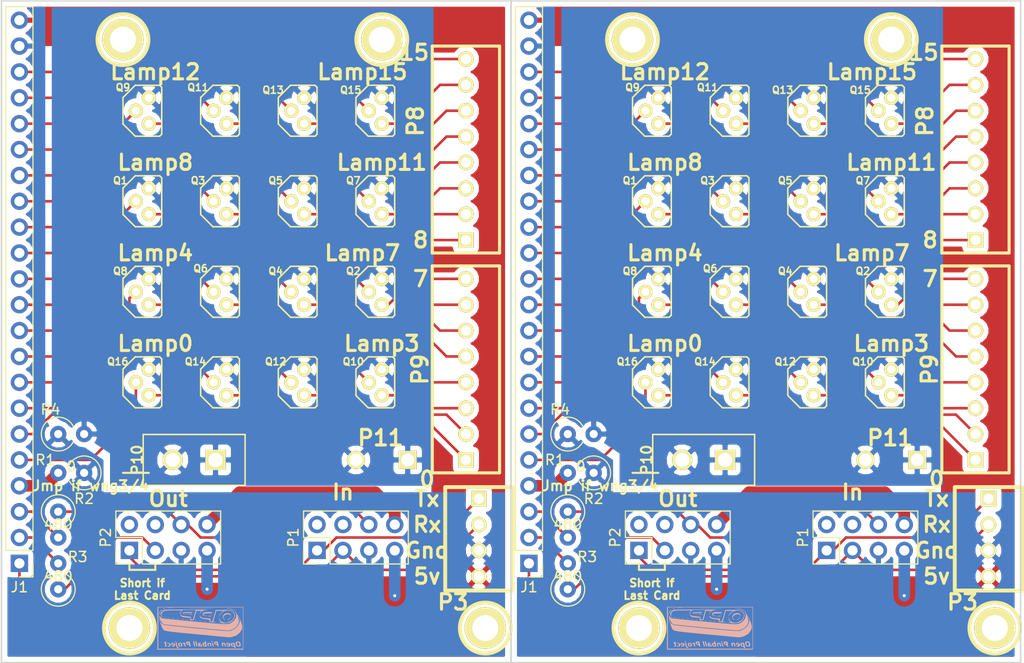
<source format=kicad_pcb>
(kicad_pcb (version 4) (host pcbnew 4.0.7)
  (title_block (title "Panel, Plank Incandescent Driver Gen2 (1020)") (rev -) (company "Open Pinball Project"))
  (layers (0 F.Cu signal) (31 B.Cu signal) (34 B.Paste user) (35 F.Paste user) (36 B.SilkS user) (37 F.SilkS user) (38 B.Mask user) (39 F.Mask user) (44 Edge.Cuts user))
  (net 0 "")
  (net 1 GNDPWR)
  (net 2 /P4.0)
  (net 3 /P4.1)
  (net 4 /P4.2)
  (net 5 /P4.3)
  (net 6 /P0.0)
  (net 7 /P0.1)
  (net 8 /P0.2)
  (net 9 /P0.3)
  (net 10 /P0.4)
  (net 11 /P0.5)
  (net 12 /P0.6)
  (net 13 /P0.7)
  (net 14 /P1.0)
  (net 15 /P1.1)
  (net 16 /P1.2)
  (net 17 /P1.3)
  (net 18 /P1.4)
  (net 19 /P1.5)
  (net 20 /P1.6)
  (net 21 /P1.7)
  (net 22 GND)
  (net 23 +5V)
  (net 24 "Net-(P1-Pad1)")
  (net 25 "Net-(P4-Pad1)")
  (net 26 "Net-(P5-Pad1)")
  (net 27 +12V1)
  (net 28 "Net-(P1-Pad2)")
  (net 29 "Net-(P1-Pad4)")
  (net 30 "Net-(P1-Pad6)")
  (net 31 "Net-(P2-Pad2)")
  (net 32 "Net-(P2-Pad3)")
  (net 33 "Net-(P2-Pad4)")
  (net 34 "Net-(P6-Pad1)")
  (net 35 "Net-(P7-Pad1)")
  (net 36 "Net-(P8-Pad1)")
  (net 37 "Net-(P8-Pad2)")
  (net 38 "Net-(P8-Pad3)")
  (net 39 "Net-(P8-Pad4)")
  (net 40 "Net-(P8-Pad5)")
  (net 41 "Net-(P8-Pad6)")
  (net 42 "Net-(P8-Pad7)")
  (net 43 "Net-(P8-Pad8)")
  (net 44 "Net-(P9-Pad1)")
  (net 45 "Net-(P9-Pad2)")
  (net 46 "Net-(P9-Pad3)")
  (net 47 "Net-(P9-Pad4)")
  (net 48 "Net-(P9-Pad5)")
  (net 49 "Net-(P9-Pad6)")
  (net 50 "Net-(P9-Pad7)")
  (net 51 "Net-(P9-Pad8)")
  (module Pin_Headers:Pin_Header_Straight_1x22_Pitch2.54mm (layer F.Cu) (at 111.76 95.25 180)
    (fp_text reference J1 (at 0 -2.33 180) (layer F.SilkS))
    (fp_text value Conn_01x22 hide)
    (pad 1 thru_hole rect (at 0 0 180) (size 1.7 1.7) (drill 1) (layers *.Cu *.Mask) (net 2 /P4.0))
    (pad 2 thru_hole oval (at 0 2.54 180) (size 1.7 1.7) (drill 1) (layers *.Cu *.Mask) (net 3 /P4.1))
    (pad 3 thru_hole oval (at 0 5.08 180) (size 1.7 1.7) (drill 1) (layers *.Cu *.Mask) (net 4 /P4.2))
    (pad 4 thru_hole oval (at 0 7.62 180) (size 1.7 1.7) (drill 1) (layers *.Cu *.Mask) (net 5 /P4.3))
    (pad 5 thru_hole oval (at 0 10.16 180) (size 1.7 1.7) (drill 1) (layers *.Cu *.Mask) (net 6 /P0.0))
    (pad 6 thru_hole oval (at 0 12.7 180) (size 1.7 1.7) (drill 1) (layers *.Cu *.Mask) (net 7 /P0.1))
    (pad 7 thru_hole oval (at 0 15.24 180) (size 1.7 1.7) (drill 1) (layers *.Cu *.Mask) (net 8 /P0.2))
    (pad 8 thru_hole oval (at 0 17.78 180) (size 1.7 1.7) (drill 1) (layers *.Cu *.Mask) (net 9 /P0.3))
    (pad 9 thru_hole oval (at 0 20.32 180) (size 1.7 1.7) (drill 1) (layers *.Cu *.Mask) (net 10 /P0.4))
    (pad 10 thru_hole oval (at 0 22.86 180) (size 1.7 1.7) (drill 1) (layers *.Cu *.Mask) (net 11 /P0.5))
    (pad 11 thru_hole oval (at 0 25.4 180) (size 1.7 1.7) (drill 1) (layers *.Cu *.Mask) (net 12 /P0.6))
    (pad 12 thru_hole oval (at 0 27.94 180) (size 1.7 1.7) (drill 1) (layers *.Cu *.Mask) (net 13 /P0.7))
    (pad 13 thru_hole oval (at 0 30.48 180) (size 1.7 1.7) (drill 1) (layers *.Cu *.Mask) (net 14 /P1.0))
    (pad 14 thru_hole oval (at 0 33.02 180) (size 1.7 1.7) (drill 1) (layers *.Cu *.Mask) (net 15 /P1.1))
    (pad 15 thru_hole oval (at 0 35.56 180) (size 1.7 1.7) (drill 1) (layers *.Cu *.Mask) (net 16 /P1.2))
    (pad 16 thru_hole oval (at 0 38.1 180) (size 1.7 1.7) (drill 1) (layers *.Cu *.Mask) (net 17 /P1.3))
    (pad 17 thru_hole oval (at 0 40.64 180) (size 1.7 1.7) (drill 1) (layers *.Cu *.Mask) (net 18 /P1.4))
    (pad 18 thru_hole oval (at 0 43.18 180) (size 1.7 1.7) (drill 1) (layers *.Cu *.Mask) (net 19 /P1.5))
    (pad 19 thru_hole oval (at 0 45.72 180) (size 1.7 1.7) (drill 1) (layers *.Cu *.Mask) (net 20 /P1.6))
    (pad 20 thru_hole oval (at 0 48.26 180) (size 1.7 1.7) (drill 1) (layers *.Cu *.Mask) (net 21 /P1.7))
    (pad 21 thru_hole oval (at 0 50.8 180) (size 1.7 1.7) (drill 1) (layers *.Cu *.Mask) (net 22 GND))
    (pad 22 thru_hole oval (at 0 53.34 180) (size 1.7 1.7) (drill 1) (layers *.Cu *.Mask) (net 23 +5V))
  )
  (module commonlib:00_mtg_hole-2-56 (layer F.Cu) (at 122.555 101.6)
    (fp_text reference P4 hide)
    (fp_text value TST hide)
    (pad 1 thru_hole circle (at 0 0) (size 4.064 4.064) (drill 2.54) (layers *.Cu *.Mask F.SilkS) (net 25 "Net-(P4-Pad1)"))
  )
  (module commonlib:00_mtg_hole-2-56 (layer F.Cu) (at 157.48 101.6)
    (fp_text reference P5 hide)
    (fp_text value TST hide)
    (pad 1 thru_hole circle (at 0 0) (size 4.064 4.064) (drill 2.54) (layers *.Cu *.Mask F.SilkS) (net 26 "Net-(P5-Pad1)"))
  )
  (module commonlib:00_mtg_hole-2-56 (layer F.Cu) (at 121.92 43.815)
    (fp_text reference P7 hide)
    (fp_text value TST hide)
    (pad 1 thru_hole circle (at 0 0) (size 4.064 4.064) (drill 2.54) (layers *.Cu *.Mask F.SilkS) (net 35 "Net-(P7-Pad1)"))
  )
  (module commonlib:00_mtg_hole-2-56 (layer F.Cu) (at 147.32 43.815)
    (fp_text reference P6 hide)
    (fp_text value TST hide)
    (pad 1 thru_hole circle (at 0 0) (size 4.064 4.064) (drill 2.54) (layers *.Cu *.Mask F.SilkS) (net 34 "Net-(P6-Pad1)"))
  )
  (module Pin_Headers:Pin_Header_Straight_2x04_Pitch2.54mm (layer F.Cu) (at 140.97 93.98 90)
    (fp_text reference P1 (at 1.27 -2.33 90) (layer F.SilkS))
    (fp_text value CONN_4X2 hide)
    (pad 1 thru_hole rect (at 0 0 90) (size 1.7 1.7) (drill 1) (layers *.Cu *.Mask) (net 24 "Net-(P1-Pad1)"))
    (pad 2 thru_hole oval (at 2.54 0 90) (size 1.7 1.7) (drill 1) (layers *.Cu *.Mask) (net 28 "Net-(P1-Pad2)"))
    (pad 3 thru_hole oval (at 0 2.54 90) (size 1.7 1.7) (drill 1) (layers *.Cu *.Mask) (net 2 /P4.0))
    (pad 4 thru_hole oval (at 2.54 2.54 90) (size 1.7 1.7) (drill 1) (layers *.Cu *.Mask) (net 29 "Net-(P1-Pad4)"))
    (pad 5 thru_hole oval (at 0 5.08 90) (size 1.7 1.7) (drill 1) (layers *.Cu *.Mask) (net 22 GND))
    (pad 6 thru_hole oval (at 2.54 5.08 90) (size 1.7 1.7) (drill 1) (layers *.Cu *.Mask) (net 30 "Net-(P1-Pad6)"))
    (pad 7 thru_hole oval (at 0 7.62 90) (size 1.7 1.7) (drill 1) (layers *.Cu *.Mask) (net 23 +5V))
    (pad 8 thru_hole oval (at 2.54 7.62 90) (size 1.7 1.7) (drill 1) (layers *.Cu *.Mask) (net 27 +12V1))
  )
  (module Pin_Headers:Pin_Header_Straight_2x04_Pitch2.54mm (layer F.Cu) (at 122.555 93.98 90)
    (fp_text reference P2 (at 1.27 -2.33 90) (layer F.SilkS))
    (fp_text value CONN_4X2 hide)
    (pad 1 thru_hole rect (at 0 0 90) (size 1.7 1.7) (drill 1) (layers *.Cu *.Mask) (net 24 "Net-(P1-Pad1)"))
    (pad 2 thru_hole oval (at 2.54 0 90) (size 1.7 1.7) (drill 1) (layers *.Cu *.Mask) (net 31 "Net-(P2-Pad2)"))
    (pad 3 thru_hole oval (at 0 2.54 90) (size 1.7 1.7) (drill 1) (layers *.Cu *.Mask) (net 32 "Net-(P2-Pad3)"))
    (pad 4 thru_hole oval (at 2.54 2.54 90) (size 1.7 1.7) (drill 1) (layers *.Cu *.Mask) (net 33 "Net-(P2-Pad4)"))
    (pad 5 thru_hole oval (at 0 5.08 90) (size 1.7 1.7) (drill 1) (layers *.Cu *.Mask) (net 22 GND))
    (pad 6 thru_hole oval (at 2.54 5.08 90) (size 1.7 1.7) (drill 1) (layers *.Cu *.Mask) (net 30 "Net-(P1-Pad6)"))
    (pad 7 thru_hole oval (at 0 7.62 90) (size 1.7 1.7) (drill 1) (layers *.Cu *.Mask) (net 23 +5V))
    (pad 8 thru_hole oval (at 2.54 7.62 90) (size 1.7 1.7) (drill 1) (layers *.Cu *.Mask) (net 27 +12V1))
  )
  (module commonlib:00_th1x4x100-lock (layer F.Cu) (at 156.845 92.71 270)
    (fp_text reference P3 (at 6.35 2.54 360) (layer F.SilkS) (effects (font (thickness 0.3048))))
    (fp_text value CONN_4 hide)
    (pad 1 thru_hole rect (at -3.81 0 270) (size 1.524 1.524) (drill 1.00076) (layers *.Cu *.Mask F.SilkS) (net 24 "Net-(P1-Pad1)"))
    (pad 2 thru_hole circle (at -1.27 0 270) (size 1.524 1.524) (drill 1.00076) (layers *.Cu *.Mask F.SilkS) (net 2 /P4.0))
    (pad 3 thru_hole circle (at 1.27 0 270) (size 1.524 1.524) (drill 1.00076) (layers *.Cu *.Mask F.SilkS) (net 22 GND))
    (pad 4 thru_hole circle (at 3.81 0 270) (size 1.524 1.524) (drill 1.00076) (layers *.Cu *.Mask F.SilkS) (net 23 +5V))
  )
  (module commonlib:00_th1x2x200 (layer F.Cu) (at 147.32 85.09 180)
    (fp_text reference P11 (at 0.127 2.159 180) (layer F.SilkS) (effects (font (thickness 0.3048))))
    (fp_text value SPADE_187 hide)
    (pad 1 thru_hole rect (at -2.54 0 180) (size 1.778 1.778) (drill 1.27) (layers *.Cu *.Mask F.SilkS) (net 1 GNDPWR))
    (pad 2 thru_hole circle (at 2.54 0 180) (size 1.778 1.778) (drill 1.27) (layers *.Cu *.Mask F.SilkS) (net 1 GNDPWR))
  )
  (module Resistors_THT:R_Axial_DIN0309_L9.0mm_D3.2mm_P2.54mm_Vertical (layer F.Cu) (at 115.57 82.55)
    (fp_text reference R4 (at -0.762 -2.413) (layer F.SilkS))
    (fp_text value 0)
    (pad 1 thru_hole circle (at 0 0) (size 1.6 1.6) (drill 0.8) (layers *.Cu *.Mask) (net 22 GND))
    (pad 2 thru_hole oval (at 2.54 0) (size 1.6 1.6) (drill 0.8) (layers *.Cu *.Mask) (net 1 GNDPWR))
  )
  (module Resistors_THT:R_Axial_DIN0309_L9.0mm_D3.2mm_P2.54mm_Vertical (layer F.Cu) (at 115.57 97.79 90)
    (fp_text reference R3 (at 3.175 1.905 180) (layer F.SilkS))
    (fp_text value 480 (at 1.27 0 180) (layer F.SilkS))
    (pad 1 thru_hole circle (at 0 0 90) (size 1.6 1.6) (drill 0.8) (layers *.Cu *.Mask) (net 32 "Net-(P2-Pad3)"))
    (pad 2 thru_hole oval (at 2.54 0 90) (size 1.6 1.6) (drill 0.8) (layers *.Cu *.Mask) (net 3 /P4.1))
  )
  (module Resistors_THT:R_Axial_DIN0309_L9.0mm_D3.2mm_P2.54mm_Vertical (layer F.Cu) (at 115.57 90.17 270)
    (fp_text reference R2 (at -1.27 -2.54 360) (layer F.SilkS))
    (fp_text value 480 (at 1.27 0 360) (layer F.SilkS))
    (pad 1 thru_hole circle (at 0 0 270) (size 1.6 1.6) (drill 0.8) (layers *.Cu *.Mask) (net 30 "Net-(P1-Pad6)"))
    (pad 2 thru_hole oval (at 2.54 0 270) (size 1.6 1.6) (drill 0.8) (layers *.Cu *.Mask) (net 4 /P4.2))
  )
  (module Resistors_THT:R_Axial_DIN0309_L9.0mm_D3.2mm_P2.54mm_Vertical (layer F.Cu) (at 118.11 86.36 180)
    (fp_text reference R1 (at 3.81 1.27 180) (layer F.SilkS))
    (fp_text value 0 (at 1.27 0.635 180) (layer F.SilkS))
    (pad 1 thru_hole circle (at 0 0 180) (size 1.6 1.6) (drill 0.8) (layers *.Cu *.Mask) (net 22 GND))
    (pad 2 thru_hole oval (at 2.54 0 180) (size 1.6 1.6) (drill 0.8) (layers *.Cu *.Mask) (net 5 /P4.3))
  )
  (module opp_logo_backsilk:opp_logo_backsilk (layer F.Cu) (at 129.54 101.6)
    (fp_text reference VAL hide)
    (fp_text value REF hide)
  )
  (module commonlib:00_th1x8x100-lock (layer F.Cu) (at 155.575 54.61 90)
    (fp_text reference P8 (at 2.794 -4.953 90) (layer F.SilkS) (effects (font (thickness 0.3048))))
    (fp_text value CONN_8 hide)
    (pad 1 thru_hole rect (at -8.89 0 90) (size 1.524 1.524) (drill 1.00076) (layers *.Cu *.Mask F.SilkS) (net 36 "Net-(P8-Pad1)"))
    (pad 2 thru_hole circle (at -6.35 0 90) (size 1.524 1.524) (drill 1.00076) (layers *.Cu *.Mask F.SilkS) (net 37 "Net-(P8-Pad2)"))
    (pad 3 thru_hole circle (at -3.81 0 90) (size 1.524 1.524) (drill 1.00076) (layers *.Cu *.Mask F.SilkS) (net 38 "Net-(P8-Pad3)"))
    (pad 4 thru_hole circle (at -1.27 0 90) (size 1.524 1.524) (drill 1.00076) (layers *.Cu *.Mask F.SilkS) (net 39 "Net-(P8-Pad4)"))
    (pad 5 thru_hole circle (at 1.27 0 90) (size 1.524 1.524) (drill 1.00076) (layers *.Cu *.Mask F.SilkS) (net 40 "Net-(P8-Pad5)"))
    (pad 6 thru_hole circle (at 3.81 0 90) (size 1.524 1.524) (drill 1.00076) (layers *.Cu *.Mask F.SilkS) (net 41 "Net-(P8-Pad6)"))
    (pad 7 thru_hole circle (at 6.35 0 90) (size 1.524 1.524) (drill 1.00076) (layers *.Cu *.Mask F.SilkS) (net 42 "Net-(P8-Pad7)"))
    (pad 8 thru_hole circle (at 8.89 0 90) (size 1.524 1.524) (drill 1.00076) (layers *.Cu *.Mask F.SilkS) (net 43 "Net-(P8-Pad8)"))
  )
  (module commonlib:00_th1x8x100-lock (layer F.Cu) (at 155.575 76.2 90)
    (fp_text reference P9 (at 0 -4.50088 90) (layer F.SilkS) (effects (font (thickness 0.3048))))
    (fp_text value CONN_8 hide)
    (pad 1 thru_hole rect (at -8.89 0 90) (size 1.524 1.524) (drill 1.00076) (layers *.Cu *.Mask F.SilkS) (net 44 "Net-(P9-Pad1)"))
    (pad 2 thru_hole circle (at -6.35 0 90) (size 1.524 1.524) (drill 1.00076) (layers *.Cu *.Mask F.SilkS) (net 45 "Net-(P9-Pad2)"))
    (pad 3 thru_hole circle (at -3.81 0 90) (size 1.524 1.524) (drill 1.00076) (layers *.Cu *.Mask F.SilkS) (net 46 "Net-(P9-Pad3)"))
    (pad 4 thru_hole circle (at -1.27 0 90) (size 1.524 1.524) (drill 1.00076) (layers *.Cu *.Mask F.SilkS) (net 47 "Net-(P9-Pad4)"))
    (pad 5 thru_hole circle (at 1.27 0 90) (size 1.524 1.524) (drill 1.00076) (layers *.Cu *.Mask F.SilkS) (net 48 "Net-(P9-Pad5)"))
    (pad 6 thru_hole circle (at 3.81 0 90) (size 1.524 1.524) (drill 1.00076) (layers *.Cu *.Mask F.SilkS) (net 49 "Net-(P9-Pad6)"))
    (pad 7 thru_hole circle (at 6.35 0 90) (size 1.524 1.524) (drill 1.00076) (layers *.Cu *.Mask F.SilkS) (net 50 "Net-(P9-Pad7)"))
    (pad 8 thru_hole circle (at 8.89 0 90) (size 1.524 1.524) (drill 1.00076) (layers *.Cu *.Mask F.SilkS) (net 51 "Net-(P9-Pad8)"))
  )
  (module commonlib:00_th1x2x4.2mm_cheap (layer F.Cu) (at 128.905 85.09 90)
    (fp_text reference P10 (at 0 -5.6007 90) (layer F.SilkS) (effects (font (size 1.016 1.016) (thickness 0.2032))))
    (fp_text value CONN_2 hide)
    (pad 1 thru_hole rect (at 0 2.1 90) (size 1.99898 1.99898) (drill 1.39954) (layers *.Cu *.Mask F.SilkS) (net 1 GNDPWR))
    (pad 2 thru_hole circle (at 0 -2.1 90) (size 1.99898 1.99898) (drill 1.39954) (layers *.Cu *.Mask F.SilkS) (net 1 GNDPWR))
  )
  (module commonlib:00_to92_dgs (layer F.Cu) (at 123.825 59.69 270)
    (fp_text reference Q1 (at -2.032 2.159 360) (layer F.SilkS) (effects (font (size 0.7 0.7))))
    (fp_text value MOSFET_N hide)
    (pad D thru_hole circle (at 1.27 -0.635 270) (size 1.4 1.4) (drill 0.8) (layers *.Cu *.Mask F.SilkS) (net 36 "Net-(P8-Pad1)"))
    (pad G thru_hole circle (at 0 0.635 270) (size 1.4 1.4) (drill 0.8) (layers *.Cu *.Mask F.SilkS) (net 14 /P1.0))
    (pad S thru_hole circle (at -1.27 -0.635 270) (size 1.4 1.4) (drill 0.8) (layers *.Cu *.Mask F.SilkS) (net 1 GNDPWR))
  )
  (module commonlib:00_to92_dgs (layer F.Cu) (at 146.685 68.58 270)
    (fp_text reference Q2 (at -2.032 2.159 360) (layer F.SilkS) (effects (font (size 0.7 0.7))))
    (fp_text value MOSFET_N hide)
    (pad D thru_hole circle (at 1.27 -0.635 270) (size 1.4 1.4) (drill 0.8) (layers *.Cu *.Mask F.SilkS) (net 51 "Net-(P9-Pad8)"))
    (pad G thru_hole circle (at 0 0.635 270) (size 1.4 1.4) (drill 0.8) (layers *.Cu *.Mask F.SilkS) (net 13 /P0.7))
    (pad S thru_hole circle (at -1.27 -0.635 270) (size 1.4 1.4) (drill 0.8) (layers *.Cu *.Mask F.SilkS) (net 1 GNDPWR))
  )
  (module commonlib:00_to92_dgs (layer F.Cu) (at 131.445 59.69 270)
    (fp_text reference Q3 (at -2.032 2.159 360) (layer F.SilkS) (effects (font (size 0.7 0.7))))
    (fp_text value MOSFET_N hide)
    (pad D thru_hole circle (at 1.27 -0.635 270) (size 1.4 1.4) (drill 0.8) (layers *.Cu *.Mask F.SilkS) (net 37 "Net-(P8-Pad2)"))
    (pad G thru_hole circle (at 0 0.635 270) (size 1.4 1.4) (drill 0.8) (layers *.Cu *.Mask F.SilkS) (net 15 /P1.1))
    (pad S thru_hole circle (at -1.27 -0.635 270) (size 1.4 1.4) (drill 0.8) (layers *.Cu *.Mask F.SilkS) (net 1 GNDPWR))
  )
  (module commonlib:00_to92_dgs (layer F.Cu) (at 139.065 68.58 270)
    (fp_text reference Q4 (at -2.032 2.159 360) (layer F.SilkS) (effects (font (size 0.7 0.7))))
    (fp_text value MOSFET_N hide)
    (pad D thru_hole circle (at 1.27 -0.635 270) (size 1.4 1.4) (drill 0.8) (layers *.Cu *.Mask F.SilkS) (net 50 "Net-(P9-Pad7)"))
    (pad G thru_hole circle (at 0 0.635 270) (size 1.4 1.4) (drill 0.8) (layers *.Cu *.Mask F.SilkS) (net 12 /P0.6))
    (pad S thru_hole circle (at -1.27 -0.635 270) (size 1.4 1.4) (drill 0.8) (layers *.Cu *.Mask F.SilkS) (net 1 GNDPWR))
  )
  (module commonlib:00_to92_dgs (layer F.Cu) (at 139.065 59.69 270)
    (fp_text reference Q5 (at -2.032 2.159 360) (layer F.SilkS) (effects (font (size 0.7 0.7))))
    (fp_text value MOSFET_N hide)
    (pad D thru_hole circle (at 1.27 -0.635 270) (size 1.4 1.4) (drill 0.8) (layers *.Cu *.Mask F.SilkS) (net 38 "Net-(P8-Pad3)"))
    (pad G thru_hole circle (at 0 0.635 270) (size 1.4 1.4) (drill 0.8) (layers *.Cu *.Mask F.SilkS) (net 16 /P1.2))
    (pad S thru_hole circle (at -1.27 -0.635 270) (size 1.4 1.4) (drill 0.8) (layers *.Cu *.Mask F.SilkS) (net 1 GNDPWR))
  )
  (module commonlib:00_to92_dgs (layer F.Cu) (at 131.445 68.58 270)
    (fp_text reference Q6 (at -2.286 1.905 360) (layer F.SilkS) (effects (font (size 0.7 0.7))))
    (fp_text value MOSFET_N hide)
    (pad D thru_hole circle (at 1.27 -0.635 270) (size 1.4 1.4) (drill 0.8) (layers *.Cu *.Mask F.SilkS) (net 49 "Net-(P9-Pad6)"))
    (pad G thru_hole circle (at 0 0.635 270) (size 1.4 1.4) (drill 0.8) (layers *.Cu *.Mask F.SilkS) (net 11 /P0.5))
    (pad S thru_hole circle (at -1.27 -0.635 270) (size 1.4 1.4) (drill 0.8) (layers *.Cu *.Mask F.SilkS) (net 1 GNDPWR))
  )
  (module commonlib:00_to92_dgs (layer F.Cu) (at 146.685 59.69 270)
    (fp_text reference Q7 (at -2.032 2.159 360) (layer F.SilkS) (effects (font (size 0.7 0.7))))
    (fp_text value MOSFET_N hide)
    (pad D thru_hole circle (at 1.27 -0.635 270) (size 1.4 1.4) (drill 0.8) (layers *.Cu *.Mask F.SilkS) (net 39 "Net-(P8-Pad4)"))
    (pad G thru_hole circle (at 0 0.635 270) (size 1.4 1.4) (drill 0.8) (layers *.Cu *.Mask F.SilkS) (net 17 /P1.3))
    (pad S thru_hole circle (at -1.27 -0.635 270) (size 1.4 1.4) (drill 0.8) (layers *.Cu *.Mask F.SilkS) (net 1 GNDPWR))
  )
  (module commonlib:00_to92_dgs (layer F.Cu) (at 123.825 68.58 270)
    (fp_text reference Q8 (at -2.032 2.159 360) (layer F.SilkS) (effects (font (size 0.7 0.7))))
    (fp_text value MOSFET_N hide)
    (pad D thru_hole circle (at 1.27 -0.635 270) (size 1.4 1.4) (drill 0.8) (layers *.Cu *.Mask F.SilkS) (net 48 "Net-(P9-Pad5)"))
    (pad G thru_hole circle (at 0 0.635 270) (size 1.4 1.4) (drill 0.8) (layers *.Cu *.Mask F.SilkS) (net 10 /P0.4))
    (pad S thru_hole circle (at -1.27 -0.635 270) (size 1.4 1.4) (drill 0.8) (layers *.Cu *.Mask F.SilkS) (net 1 GNDPWR))
  )
  (module commonlib:00_to92_dgs (layer F.Cu) (at 123.825 50.8 270)
    (fp_text reference Q9 (at -2.286 1.905 360) (layer F.SilkS) (effects (font (size 0.7 0.7))))
    (fp_text value MOSFET_N hide)
    (pad D thru_hole circle (at 1.27 -0.635 270) (size 1.4 1.4) (drill 0.8) (layers *.Cu *.Mask F.SilkS) (net 40 "Net-(P8-Pad5)"))
    (pad G thru_hole circle (at 0 0.635 270) (size 1.4 1.4) (drill 0.8) (layers *.Cu *.Mask F.SilkS) (net 18 /P1.4))
    (pad S thru_hole circle (at -1.27 -0.635 270) (size 1.4 1.4) (drill 0.8) (layers *.Cu *.Mask F.SilkS) (net 1 GNDPWR))
  )
  (module commonlib:00_to92_dgs (layer F.Cu) (at 146.685 77.47 270)
    (fp_text reference Q10 (at -2.032 2.159 360) (layer F.SilkS) (effects (font (size 0.7 0.7))))
    (fp_text value MOSFET_N hide)
    (pad D thru_hole circle (at 1.27 -0.635 270) (size 1.4 1.4) (drill 0.8) (layers *.Cu *.Mask F.SilkS) (net 47 "Net-(P9-Pad4)"))
    (pad G thru_hole circle (at 0 0.635 270) (size 1.4 1.4) (drill 0.8) (layers *.Cu *.Mask F.SilkS) (net 9 /P0.3))
    (pad S thru_hole circle (at -1.27 -0.635 270) (size 1.4 1.4) (drill 0.8) (layers *.Cu *.Mask F.SilkS) (net 1 GNDPWR))
  )
  (module commonlib:00_to92_dgs (layer F.Cu) (at 131.445 50.8 270)
    (fp_text reference Q11 (at -2.286 2.159 360) (layer F.SilkS) (effects (font (size 0.7 0.7))))
    (fp_text value MOSFET_N hide)
    (pad D thru_hole circle (at 1.27 -0.635 270) (size 1.4 1.4) (drill 0.8) (layers *.Cu *.Mask F.SilkS) (net 41 "Net-(P8-Pad6)"))
    (pad G thru_hole circle (at 0 0.635 270) (size 1.4 1.4) (drill 0.8) (layers *.Cu *.Mask F.SilkS) (net 19 /P1.5))
    (pad S thru_hole circle (at -1.27 -0.635 270) (size 1.4 1.4) (drill 0.8) (layers *.Cu *.Mask F.SilkS) (net 1 GNDPWR))
  )
  (module commonlib:00_to92_dgs (layer F.Cu) (at 139.065 77.47 270)
    (fp_text reference Q12 (at -2.032 2.159 360) (layer F.SilkS) (effects (font (size 0.7 0.7))))
    (fp_text value MOSFET_N hide)
    (pad D thru_hole circle (at 1.27 -0.635 270) (size 1.4 1.4) (drill 0.8) (layers *.Cu *.Mask F.SilkS) (net 46 "Net-(P9-Pad3)"))
    (pad G thru_hole circle (at 0 0.635 270) (size 1.4 1.4) (drill 0.8) (layers *.Cu *.Mask F.SilkS) (net 8 /P0.2))
    (pad S thru_hole circle (at -1.27 -0.635 270) (size 1.4 1.4) (drill 0.8) (layers *.Cu *.Mask F.SilkS) (net 1 GNDPWR))
  )
  (module commonlib:00_to92_dgs (layer F.Cu) (at 139.065 50.8 270)
    (fp_text reference Q13 (at -2.032 2.413 360) (layer F.SilkS) (effects (font (size 0.7 0.7))))
    (fp_text value MOSFET_N hide)
    (pad D thru_hole circle (at 1.27 -0.635 270) (size 1.4 1.4) (drill 0.8) (layers *.Cu *.Mask F.SilkS) (net 42 "Net-(P8-Pad7)"))
    (pad G thru_hole circle (at 0 0.635 270) (size 1.4 1.4) (drill 0.8) (layers *.Cu *.Mask F.SilkS) (net 20 /P1.6))
    (pad S thru_hole circle (at -1.27 -0.635 270) (size 1.4 1.4) (drill 0.8) (layers *.Cu *.Mask F.SilkS) (net 1 GNDPWR))
  )
  (module commonlib:00_to92_dgs (layer F.Cu) (at 131.445 77.47 270)
    (fp_text reference Q14 (at -2.032 2.413 360) (layer F.SilkS) (effects (font (size 0.7 0.7))))
    (fp_text value MOSFET_N hide)
    (pad D thru_hole circle (at 1.27 -0.635 270) (size 1.4 1.4) (drill 0.8) (layers *.Cu *.Mask F.SilkS) (net 45 "Net-(P9-Pad2)"))
    (pad G thru_hole circle (at 0 0.635 270) (size 1.4 1.4) (drill 0.8) (layers *.Cu *.Mask F.SilkS) (net 7 /P0.1))
    (pad S thru_hole circle (at -1.27 -0.635 270) (size 1.4 1.4) (drill 0.8) (layers *.Cu *.Mask F.SilkS) (net 1 GNDPWR))
  )
  (module commonlib:00_to92_dgs (layer F.Cu) (at 146.685 50.8 270)
    (fp_text reference Q15 (at -2.032 2.413 360) (layer F.SilkS) (effects (font (size 0.7 0.7))))
    (fp_text value MOSFET_N hide)
    (pad D thru_hole circle (at 1.27 -0.635 270) (size 1.4 1.4) (drill 0.8) (layers *.Cu *.Mask F.SilkS) (net 43 "Net-(P8-Pad8)"))
    (pad G thru_hole circle (at 0 0.635 270) (size 1.4 1.4) (drill 0.8) (layers *.Cu *.Mask F.SilkS) (net 21 /P1.7))
    (pad S thru_hole circle (at -1.27 -0.635 270) (size 1.4 1.4) (drill 0.8) (layers *.Cu *.Mask F.SilkS) (net 1 GNDPWR))
  )
  (module commonlib:00_to92_dgs (layer F.Cu) (at 123.825 77.47 270)
    (fp_text reference Q16 (at -2.032 2.413 360) (layer F.SilkS) (effects (font (size 0.7 0.7))))
    (fp_text value MOSFET_N hide)
    (pad D thru_hole circle (at 1.27 -0.635 270) (size 1.4 1.4) (drill 0.8) (layers *.Cu *.Mask F.SilkS) (net 44 "Net-(P9-Pad1)"))
    (pad G thru_hole circle (at 0 0.635 270) (size 1.4 1.4) (drill 0.8) (layers *.Cu *.Mask F.SilkS) (net 6 /P0.0))
    (pad S thru_hole circle (at -1.27 -0.635 270) (size 1.4 1.4) (drill 0.8) (layers *.Cu *.Mask F.SilkS) (net 1 GNDPWR))
  )
  (module Pin_Headers:Pin_Header_Straight_1x22_Pitch2.54mm (layer F.Cu) (at 161.76 95.25 180)
    (fp_text reference J1 (at 0 -2.33 180) (layer F.SilkS))
    (fp_text value Conn_01x22 hide)
    (pad 1 thru_hole rect (at 0 0 180) (size 1.7 1.7) (drill 1) (layers *.Cu *.Mask) (net 2 /P4.0))
    (pad 2 thru_hole oval (at 0 2.54 180) (size 1.7 1.7) (drill 1) (layers *.Cu *.Mask) (net 3 /P4.1))
    (pad 3 thru_hole oval (at 0 5.08 180) (size 1.7 1.7) (drill 1) (layers *.Cu *.Mask) (net 4 /P4.2))
    (pad 4 thru_hole oval (at 0 7.62 180) (size 1.7 1.7) (drill 1) (layers *.Cu *.Mask) (net 5 /P4.3))
    (pad 5 thru_hole oval (at 0 10.16 180) (size 1.7 1.7) (drill 1) (layers *.Cu *.Mask) (net 6 /P0.0))
    (pad 6 thru_hole oval (at 0 12.7 180) (size 1.7 1.7) (drill 1) (layers *.Cu *.Mask) (net 7 /P0.1))
    (pad 7 thru_hole oval (at 0 15.24 180) (size 1.7 1.7) (drill 1) (layers *.Cu *.Mask) (net 8 /P0.2))
    (pad 8 thru_hole oval (at 0 17.78 180) (size 1.7 1.7) (drill 1) (layers *.Cu *.Mask) (net 9 /P0.3))
    (pad 9 thru_hole oval (at 0 20.32 180) (size 1.7 1.7) (drill 1) (layers *.Cu *.Mask) (net 10 /P0.4))
    (pad 10 thru_hole oval (at 0 22.86 180) (size 1.7 1.7) (drill 1) (layers *.Cu *.Mask) (net 11 /P0.5))
    (pad 11 thru_hole oval (at 0 25.4 180) (size 1.7 1.7) (drill 1) (layers *.Cu *.Mask) (net 12 /P0.6))
    (pad 12 thru_hole oval (at 0 27.94 180) (size 1.7 1.7) (drill 1) (layers *.Cu *.Mask) (net 13 /P0.7))
    (pad 13 thru_hole oval (at 0 30.48 180) (size 1.7 1.7) (drill 1) (layers *.Cu *.Mask) (net 14 /P1.0))
    (pad 14 thru_hole oval (at 0 33.02 180) (size 1.7 1.7) (drill 1) (layers *.Cu *.Mask) (net 15 /P1.1))
    (pad 15 thru_hole oval (at 0 35.56 180) (size 1.7 1.7) (drill 1) (layers *.Cu *.Mask) (net 16 /P1.2))
    (pad 16 thru_hole oval (at 0 38.1 180) (size 1.7 1.7) (drill 1) (layers *.Cu *.Mask) (net 17 /P1.3))
    (pad 17 thru_hole oval (at 0 40.64 180) (size 1.7 1.7) (drill 1) (layers *.Cu *.Mask) (net 18 /P1.4))
    (pad 18 thru_hole oval (at 0 43.18 180) (size 1.7 1.7) (drill 1) (layers *.Cu *.Mask) (net 19 /P1.5))
    (pad 19 thru_hole oval (at 0 45.72 180) (size 1.7 1.7) (drill 1) (layers *.Cu *.Mask) (net 20 /P1.6))
    (pad 20 thru_hole oval (at 0 48.26 180) (size 1.7 1.7) (drill 1) (layers *.Cu *.Mask) (net 21 /P1.7))
    (pad 21 thru_hole oval (at 0 50.8 180) (size 1.7 1.7) (drill 1) (layers *.Cu *.Mask) (net 22 GND))
    (pad 22 thru_hole oval (at 0 53.34 180) (size 1.7 1.7) (drill 1) (layers *.Cu *.Mask) (net 23 +5V))
  )
  (module commonlib:00_mtg_hole-2-56 (layer F.Cu) (at 172.555 101.6)
    (fp_text reference P4 hide)
    (fp_text value TST hide)
    (pad 1 thru_hole circle (at 0 0) (size 4.064 4.064) (drill 2.54) (layers *.Cu *.Mask F.SilkS) (net 25 "Net-(P4-Pad1)"))
  )
  (module commonlib:00_mtg_hole-2-56 (layer F.Cu) (at 207.48 101.6)
    (fp_text reference P5 hide)
    (fp_text value TST hide)
    (pad 1 thru_hole circle (at 0 0) (size 4.064 4.064) (drill 2.54) (layers *.Cu *.Mask F.SilkS) (net 26 "Net-(P5-Pad1)"))
  )
  (module commonlib:00_mtg_hole-2-56 (layer F.Cu) (at 171.92 43.815)
    (fp_text reference P7 hide)
    (fp_text value TST hide)
    (pad 1 thru_hole circle (at 0 0) (size 4.064 4.064) (drill 2.54) (layers *.Cu *.Mask F.SilkS) (net 35 "Net-(P7-Pad1)"))
  )
  (module commonlib:00_mtg_hole-2-56 (layer F.Cu) (at 197.32 43.815)
    (fp_text reference P6 hide)
    (fp_text value TST hide)
    (pad 1 thru_hole circle (at 0 0) (size 4.064 4.064) (drill 2.54) (layers *.Cu *.Mask F.SilkS) (net 34 "Net-(P6-Pad1)"))
  )
  (module Pin_Headers:Pin_Header_Straight_2x04_Pitch2.54mm (layer F.Cu) (at 190.97 93.98 90)
    (fp_text reference P1 (at 1.27 -2.33 90) (layer F.SilkS))
    (fp_text value CONN_4X2 hide)
    (pad 1 thru_hole rect (at 0 0 90) (size 1.7 1.7) (drill 1) (layers *.Cu *.Mask) (net 24 "Net-(P1-Pad1)"))
    (pad 2 thru_hole oval (at 2.54 0 90) (size 1.7 1.7) (drill 1) (layers *.Cu *.Mask) (net 28 "Net-(P1-Pad2)"))
    (pad 3 thru_hole oval (at 0 2.54 90) (size 1.7 1.7) (drill 1) (layers *.Cu *.Mask) (net 2 /P4.0))
    (pad 4 thru_hole oval (at 2.54 2.54 90) (size 1.7 1.7) (drill 1) (layers *.Cu *.Mask) (net 29 "Net-(P1-Pad4)"))
    (pad 5 thru_hole oval (at 0 5.08 90) (size 1.7 1.7) (drill 1) (layers *.Cu *.Mask) (net 22 GND))
    (pad 6 thru_hole oval (at 2.54 5.08 90) (size 1.7 1.7) (drill 1) (layers *.Cu *.Mask) (net 30 "Net-(P1-Pad6)"))
    (pad 7 thru_hole oval (at 0 7.62 90) (size 1.7 1.7) (drill 1) (layers *.Cu *.Mask) (net 23 +5V))
    (pad 8 thru_hole oval (at 2.54 7.62 90) (size 1.7 1.7) (drill 1) (layers *.Cu *.Mask) (net 27 +12V1))
  )
  (module Pin_Headers:Pin_Header_Straight_2x04_Pitch2.54mm (layer F.Cu) (at 172.555 93.98 90)
    (fp_text reference P2 (at 1.27 -2.33 90) (layer F.SilkS))
    (fp_text value CONN_4X2 hide)
    (pad 1 thru_hole rect (at 0 0 90) (size 1.7 1.7) (drill 1) (layers *.Cu *.Mask) (net 24 "Net-(P1-Pad1)"))
    (pad 2 thru_hole oval (at 2.54 0 90) (size 1.7 1.7) (drill 1) (layers *.Cu *.Mask) (net 31 "Net-(P2-Pad2)"))
    (pad 3 thru_hole oval (at 0 2.54 90) (size 1.7 1.7) (drill 1) (layers *.Cu *.Mask) (net 32 "Net-(P2-Pad3)"))
    (pad 4 thru_hole oval (at 2.54 2.54 90) (size 1.7 1.7) (drill 1) (layers *.Cu *.Mask) (net 33 "Net-(P2-Pad4)"))
    (pad 5 thru_hole oval (at 0 5.08 90) (size 1.7 1.7) (drill 1) (layers *.Cu *.Mask) (net 22 GND))
    (pad 6 thru_hole oval (at 2.54 5.08 90) (size 1.7 1.7) (drill 1) (layers *.Cu *.Mask) (net 30 "Net-(P1-Pad6)"))
    (pad 7 thru_hole oval (at 0 7.62 90) (size 1.7 1.7) (drill 1) (layers *.Cu *.Mask) (net 23 +5V))
    (pad 8 thru_hole oval (at 2.54 7.62 90) (size 1.7 1.7) (drill 1) (layers *.Cu *.Mask) (net 27 +12V1))
  )
  (module commonlib:00_th1x4x100-lock (layer F.Cu) (at 206.845 92.71 270)
    (fp_text reference P3 (at 6.35 2.54 360) (layer F.SilkS) (effects (font (thickness 0.3048))))
    (fp_text value CONN_4 hide)
    (pad 1 thru_hole rect (at -3.81 0 270) (size 1.524 1.524) (drill 1.00076) (layers *.Cu *.Mask F.SilkS) (net 24 "Net-(P1-Pad1)"))
    (pad 2 thru_hole circle (at -1.27 0 270) (size 1.524 1.524) (drill 1.00076) (layers *.Cu *.Mask F.SilkS) (net 2 /P4.0))
    (pad 3 thru_hole circle (at 1.27 0 270) (size 1.524 1.524) (drill 1.00076) (layers *.Cu *.Mask F.SilkS) (net 22 GND))
    (pad 4 thru_hole circle (at 3.81 0 270) (size 1.524 1.524) (drill 1.00076) (layers *.Cu *.Mask F.SilkS) (net 23 +5V))
  )
  (module commonlib:00_th1x2x200 (layer F.Cu) (at 197.32 85.09 180)
    (fp_text reference P11 (at 0.127 2.159 180) (layer F.SilkS) (effects (font (thickness 0.3048))))
    (fp_text value SPADE_187 hide)
    (pad 1 thru_hole rect (at -2.54 0 180) (size 1.778 1.778) (drill 1.27) (layers *.Cu *.Mask F.SilkS) (net 1 GNDPWR))
    (pad 2 thru_hole circle (at 2.54 0 180) (size 1.778 1.778) (drill 1.27) (layers *.Cu *.Mask F.SilkS) (net 1 GNDPWR))
  )
  (module Resistors_THT:R_Axial_DIN0309_L9.0mm_D3.2mm_P2.54mm_Vertical (layer F.Cu) (at 165.57 82.55)
    (fp_text reference R4 (at -0.762 -2.413) (layer F.SilkS))
    (fp_text value 0)
    (pad 1 thru_hole circle (at 0 0) (size 1.6 1.6) (drill 0.8) (layers *.Cu *.Mask) (net 22 GND))
    (pad 2 thru_hole oval (at 2.54 0) (size 1.6 1.6) (drill 0.8) (layers *.Cu *.Mask) (net 1 GNDPWR))
  )
  (module Resistors_THT:R_Axial_DIN0309_L9.0mm_D3.2mm_P2.54mm_Vertical (layer F.Cu) (at 165.57 97.79 90)
    (fp_text reference R3 (at 3.175 1.905 180) (layer F.SilkS))
    (fp_text value 480 (at 1.27 0 180) (layer F.SilkS))
    (pad 1 thru_hole circle (at 0 0 90) (size 1.6 1.6) (drill 0.8) (layers *.Cu *.Mask) (net 32 "Net-(P2-Pad3)"))
    (pad 2 thru_hole oval (at 2.54 0 90) (size 1.6 1.6) (drill 0.8) (layers *.Cu *.Mask) (net 3 /P4.1))
  )
  (module Resistors_THT:R_Axial_DIN0309_L9.0mm_D3.2mm_P2.54mm_Vertical (layer F.Cu) (at 165.57 90.17 270)
    (fp_text reference R2 (at -1.27 -2.54 360) (layer F.SilkS))
    (fp_text value 480 (at 1.27 0 360) (layer F.SilkS))
    (pad 1 thru_hole circle (at 0 0 270) (size 1.6 1.6) (drill 0.8) (layers *.Cu *.Mask) (net 30 "Net-(P1-Pad6)"))
    (pad 2 thru_hole oval (at 2.54 0 270) (size 1.6 1.6) (drill 0.8) (layers *.Cu *.Mask) (net 4 /P4.2))
  )
  (module Resistors_THT:R_Axial_DIN0309_L9.0mm_D3.2mm_P2.54mm_Vertical (layer F.Cu) (at 168.11 86.36 180)
    (fp_text reference R1 (at 3.81 1.27 180) (layer F.SilkS))
    (fp_text value 0 (at 1.27 0.635 180) (layer F.SilkS))
    (pad 1 thru_hole circle (at 0 0 180) (size 1.6 1.6) (drill 0.8) (layers *.Cu *.Mask) (net 22 GND))
    (pad 2 thru_hole oval (at 2.54 0 180) (size 1.6 1.6) (drill 0.8) (layers *.Cu *.Mask) (net 5 /P4.3))
  )
  (module opp_logo_backsilk:opp_logo_backsilk (layer F.Cu) (at 179.54 101.6)
    (fp_text reference VAL hide)
    (fp_text value REF hide)
  )
  (module commonlib:00_th1x8x100-lock (layer F.Cu) (at 205.575 54.61 90)
    (fp_text reference P8 (at 2.794 -4.953 90) (layer F.SilkS) (effects (font (thickness 0.3048))))
    (fp_text value CONN_8 hide)
    (pad 1 thru_hole rect (at -8.89 0 90) (size 1.524 1.524) (drill 1.00076) (layers *.Cu *.Mask F.SilkS) (net 36 "Net-(P8-Pad1)"))
    (pad 2 thru_hole circle (at -6.35 0 90) (size 1.524 1.524) (drill 1.00076) (layers *.Cu *.Mask F.SilkS) (net 37 "Net-(P8-Pad2)"))
    (pad 3 thru_hole circle (at -3.81 0 90) (size 1.524 1.524) (drill 1.00076) (layers *.Cu *.Mask F.SilkS) (net 38 "Net-(P8-Pad3)"))
    (pad 4 thru_hole circle (at -1.27 0 90) (size 1.524 1.524) (drill 1.00076) (layers *.Cu *.Mask F.SilkS) (net 39 "Net-(P8-Pad4)"))
    (pad 5 thru_hole circle (at 1.27 0 90) (size 1.524 1.524) (drill 1.00076) (layers *.Cu *.Mask F.SilkS) (net 40 "Net-(P8-Pad5)"))
    (pad 6 thru_hole circle (at 3.81 0 90) (size 1.524 1.524) (drill 1.00076) (layers *.Cu *.Mask F.SilkS) (net 41 "Net-(P8-Pad6)"))
    (pad 7 thru_hole circle (at 6.35 0 90) (size 1.524 1.524) (drill 1.00076) (layers *.Cu *.Mask F.SilkS) (net 42 "Net-(P8-Pad7)"))
    (pad 8 thru_hole circle (at 8.89 0 90) (size 1.524 1.524) (drill 1.00076) (layers *.Cu *.Mask F.SilkS) (net 43 "Net-(P8-Pad8)"))
  )
  (module commonlib:00_th1x8x100-lock (layer F.Cu) (at 205.575 76.2 90)
    (fp_text reference P9 (at 0 -4.50088 90) (layer F.SilkS) (effects (font (thickness 0.3048))))
    (fp_text value CONN_8 hide)
    (pad 1 thru_hole rect (at -8.89 0 90) (size 1.524 1.524) (drill 1.00076) (layers *.Cu *.Mask F.SilkS) (net 44 "Net-(P9-Pad1)"))
    (pad 2 thru_hole circle (at -6.35 0 90) (size 1.524 1.524) (drill 1.00076) (layers *.Cu *.Mask F.SilkS) (net 45 "Net-(P9-Pad2)"))
    (pad 3 thru_hole circle (at -3.81 0 90) (size 1.524 1.524) (drill 1.00076) (layers *.Cu *.Mask F.SilkS) (net 46 "Net-(P9-Pad3)"))
    (pad 4 thru_hole circle (at -1.27 0 90) (size 1.524 1.524) (drill 1.00076) (layers *.Cu *.Mask F.SilkS) (net 47 "Net-(P9-Pad4)"))
    (pad 5 thru_hole circle (at 1.27 0 90) (size 1.524 1.524) (drill 1.00076) (layers *.Cu *.Mask F.SilkS) (net 48 "Net-(P9-Pad5)"))
    (pad 6 thru_hole circle (at 3.81 0 90) (size 1.524 1.524) (drill 1.00076) (layers *.Cu *.Mask F.SilkS) (net 49 "Net-(P9-Pad6)"))
    (pad 7 thru_hole circle (at 6.35 0 90) (size 1.524 1.524) (drill 1.00076) (layers *.Cu *.Mask F.SilkS) (net 50 "Net-(P9-Pad7)"))
    (pad 8 thru_hole circle (at 8.89 0 90) (size 1.524 1.524) (drill 1.00076) (layers *.Cu *.Mask F.SilkS) (net 51 "Net-(P9-Pad8)"))
  )
  (module commonlib:00_th1x2x4.2mm_cheap (layer F.Cu) (at 178.905 85.09 90)
    (fp_text reference P10 (at 0 -5.6007 90) (layer F.SilkS) (effects (font (size 1.016 1.016) (thickness 0.2032))))
    (fp_text value CONN_2 hide)
    (pad 1 thru_hole rect (at 0 2.1 90) (size 1.99898 1.99898) (drill 1.39954) (layers *.Cu *.Mask F.SilkS) (net 1 GNDPWR))
    (pad 2 thru_hole circle (at 0 -2.1 90) (size 1.99898 1.99898) (drill 1.39954) (layers *.Cu *.Mask F.SilkS) (net 1 GNDPWR))
  )
  (module commonlib:00_to92_dgs (layer F.Cu) (at 173.825 59.69 270)
    (fp_text reference Q1 (at -2.032 2.159 360) (layer F.SilkS) (effects (font (size 0.7 0.7))))
    (fp_text value MOSFET_N hide)
    (pad D thru_hole circle (at 1.27 -0.635 270) (size 1.4 1.4) (drill 0.8) (layers *.Cu *.Mask F.SilkS) (net 36 "Net-(P8-Pad1)"))
    (pad G thru_hole circle (at 0 0.635 270) (size 1.4 1.4) (drill 0.8) (layers *.Cu *.Mask F.SilkS) (net 14 /P1.0))
    (pad S thru_hole circle (at -1.27 -0.635 270) (size 1.4 1.4) (drill 0.8) (layers *.Cu *.Mask F.SilkS) (net 1 GNDPWR))
  )
  (module commonlib:00_to92_dgs (layer F.Cu) (at 196.685 68.58 270)
    (fp_text reference Q2 (at -2.032 2.159 360) (layer F.SilkS) (effects (font (size 0.7 0.7))))
    (fp_text value MOSFET_N hide)
    (pad D thru_hole circle (at 1.27 -0.635 270) (size 1.4 1.4) (drill 0.8) (layers *.Cu *.Mask F.SilkS) (net 51 "Net-(P9-Pad8)"))
    (pad G thru_hole circle (at 0 0.635 270) (size 1.4 1.4) (drill 0.8) (layers *.Cu *.Mask F.SilkS) (net 13 /P0.7))
    (pad S thru_hole circle (at -1.27 -0.635 270) (size 1.4 1.4) (drill 0.8) (layers *.Cu *.Mask F.SilkS) (net 1 GNDPWR))
  )
  (module commonlib:00_to92_dgs (layer F.Cu) (at 181.445 59.69 270)
    (fp_text reference Q3 (at -2.032 2.159 360) (layer F.SilkS) (effects (font (size 0.7 0.7))))
    (fp_text value MOSFET_N hide)
    (pad D thru_hole circle (at 1.27 -0.635 270) (size 1.4 1.4) (drill 0.8) (layers *.Cu *.Mask F.SilkS) (net 37 "Net-(P8-Pad2)"))
    (pad G thru_hole circle (at 0 0.635 270) (size 1.4 1.4) (drill 0.8) (layers *.Cu *.Mask F.SilkS) (net 15 /P1.1))
    (pad S thru_hole circle (at -1.27 -0.635 270) (size 1.4 1.4) (drill 0.8) (layers *.Cu *.Mask F.SilkS) (net 1 GNDPWR))
  )
  (module commonlib:00_to92_dgs (layer F.Cu) (at 189.065 68.58 270)
    (fp_text reference Q4 (at -2.032 2.159 360) (layer F.SilkS) (effects (font (size 0.7 0.7))))
    (fp_text value MOSFET_N hide)
    (pad D thru_hole circle (at 1.27 -0.635 270) (size 1.4 1.4) (drill 0.8) (layers *.Cu *.Mask F.SilkS) (net 50 "Net-(P9-Pad7)"))
    (pad G thru_hole circle (at 0 0.635 270) (size 1.4 1.4) (drill 0.8) (layers *.Cu *.Mask F.SilkS) (net 12 /P0.6))
    (pad S thru_hole circle (at -1.27 -0.635 270) (size 1.4 1.4) (drill 0.8) (layers *.Cu *.Mask F.SilkS) (net 1 GNDPWR))
  )
  (module commonlib:00_to92_dgs (layer F.Cu) (at 189.065 59.69 270)
    (fp_text reference Q5 (at -2.032 2.159 360) (layer F.SilkS) (effects (font (size 0.7 0.7))))
    (fp_text value MOSFET_N hide)
    (pad D thru_hole circle (at 1.27 -0.635 270) (size 1.4 1.4) (drill 0.8) (layers *.Cu *.Mask F.SilkS) (net 38 "Net-(P8-Pad3)"))
    (pad G thru_hole circle (at 0 0.635 270) (size 1.4 1.4) (drill 0.8) (layers *.Cu *.Mask F.SilkS) (net 16 /P1.2))
    (pad S thru_hole circle (at -1.27 -0.635 270) (size 1.4 1.4) (drill 0.8) (layers *.Cu *.Mask F.SilkS) (net 1 GNDPWR))
  )
  (module commonlib:00_to92_dgs (layer F.Cu) (at 181.445 68.58 270)
    (fp_text reference Q6 (at -2.286 1.905 360) (layer F.SilkS) (effects (font (size 0.7 0.7))))
    (fp_text value MOSFET_N hide)
    (pad D thru_hole circle (at 1.27 -0.635 270) (size 1.4 1.4) (drill 0.8) (layers *.Cu *.Mask F.SilkS) (net 49 "Net-(P9-Pad6)"))
    (pad G thru_hole circle (at 0 0.635 270) (size 1.4 1.4) (drill 0.8) (layers *.Cu *.Mask F.SilkS) (net 11 /P0.5))
    (pad S thru_hole circle (at -1.27 -0.635 270) (size 1.4 1.4) (drill 0.8) (layers *.Cu *.Mask F.SilkS) (net 1 GNDPWR))
  )
  (module commonlib:00_to92_dgs (layer F.Cu) (at 196.685 59.69 270)
    (fp_text reference Q7 (at -2.032 2.159 360) (layer F.SilkS) (effects (font (size 0.7 0.7))))
    (fp_text value MOSFET_N hide)
    (pad D thru_hole circle (at 1.27 -0.635 270) (size 1.4 1.4) (drill 0.8) (layers *.Cu *.Mask F.SilkS) (net 39 "Net-(P8-Pad4)"))
    (pad G thru_hole circle (at 0 0.635 270) (size 1.4 1.4) (drill 0.8) (layers *.Cu *.Mask F.SilkS) (net 17 /P1.3))
    (pad S thru_hole circle (at -1.27 -0.635 270) (size 1.4 1.4) (drill 0.8) (layers *.Cu *.Mask F.SilkS) (net 1 GNDPWR))
  )
  (module commonlib:00_to92_dgs (layer F.Cu) (at 173.825 68.58 270)
    (fp_text reference Q8 (at -2.032 2.159 360) (layer F.SilkS) (effects (font (size 0.7 0.7))))
    (fp_text value MOSFET_N hide)
    (pad D thru_hole circle (at 1.27 -0.635 270) (size 1.4 1.4) (drill 0.8) (layers *.Cu *.Mask F.SilkS) (net 48 "Net-(P9-Pad5)"))
    (pad G thru_hole circle (at 0 0.635 270) (size 1.4 1.4) (drill 0.8) (layers *.Cu *.Mask F.SilkS) (net 10 /P0.4))
    (pad S thru_hole circle (at -1.27 -0.635 270) (size 1.4 1.4) (drill 0.8) (layers *.Cu *.Mask F.SilkS) (net 1 GNDPWR))
  )
  (module commonlib:00_to92_dgs (layer F.Cu) (at 173.825 50.8 270)
    (fp_text reference Q9 (at -2.286 1.905 360) (layer F.SilkS) (effects (font (size 0.7 0.7))))
    (fp_text value MOSFET_N hide)
    (pad D thru_hole circle (at 1.27 -0.635 270) (size 1.4 1.4) (drill 0.8) (layers *.Cu *.Mask F.SilkS) (net 40 "Net-(P8-Pad5)"))
    (pad G thru_hole circle (at 0 0.635 270) (size 1.4 1.4) (drill 0.8) (layers *.Cu *.Mask F.SilkS) (net 18 /P1.4))
    (pad S thru_hole circle (at -1.27 -0.635 270) (size 1.4 1.4) (drill 0.8) (layers *.Cu *.Mask F.SilkS) (net 1 GNDPWR))
  )
  (module commonlib:00_to92_dgs (layer F.Cu) (at 196.685 77.47 270)
    (fp_text reference Q10 (at -2.032 2.159 360) (layer F.SilkS) (effects (font (size 0.7 0.7))))
    (fp_text value MOSFET_N hide)
    (pad D thru_hole circle (at 1.27 -0.635 270) (size 1.4 1.4) (drill 0.8) (layers *.Cu *.Mask F.SilkS) (net 47 "Net-(P9-Pad4)"))
    (pad G thru_hole circle (at 0 0.635 270) (size 1.4 1.4) (drill 0.8) (layers *.Cu *.Mask F.SilkS) (net 9 /P0.3))
    (pad S thru_hole circle (at -1.27 -0.635 270) (size 1.4 1.4) (drill 0.8) (layers *.Cu *.Mask F.SilkS) (net 1 GNDPWR))
  )
  (module commonlib:00_to92_dgs (layer F.Cu) (at 181.445 50.8 270)
    (fp_text reference Q11 (at -2.286 2.159 360) (layer F.SilkS) (effects (font (size 0.7 0.7))))
    (fp_text value MOSFET_N hide)
    (pad D thru_hole circle (at 1.27 -0.635 270) (size 1.4 1.4) (drill 0.8) (layers *.Cu *.Mask F.SilkS) (net 41 "Net-(P8-Pad6)"))
    (pad G thru_hole circle (at 0 0.635 270) (size 1.4 1.4) (drill 0.8) (layers *.Cu *.Mask F.SilkS) (net 19 /P1.5))
    (pad S thru_hole circle (at -1.27 -0.635 270) (size 1.4 1.4) (drill 0.8) (layers *.Cu *.Mask F.SilkS) (net 1 GNDPWR))
  )
  (module commonlib:00_to92_dgs (layer F.Cu) (at 189.065 77.47 270)
    (fp_text reference Q12 (at -2.032 2.159 360) (layer F.SilkS) (effects (font (size 0.7 0.7))))
    (fp_text value MOSFET_N hide)
    (pad D thru_hole circle (at 1.27 -0.635 270) (size 1.4 1.4) (drill 0.8) (layers *.Cu *.Mask F.SilkS) (net 46 "Net-(P9-Pad3)"))
    (pad G thru_hole circle (at 0 0.635 270) (size 1.4 1.4) (drill 0.8) (layers *.Cu *.Mask F.SilkS) (net 8 /P0.2))
    (pad S thru_hole circle (at -1.27 -0.635 270) (size 1.4 1.4) (drill 0.8) (layers *.Cu *.Mask F.SilkS) (net 1 GNDPWR))
  )
  (module commonlib:00_to92_dgs (layer F.Cu) (at 189.065 50.8 270)
    (fp_text reference Q13 (at -2.032 2.413 360) (layer F.SilkS) (effects (font (size 0.7 0.7))))
    (fp_text value MOSFET_N hide)
    (pad D thru_hole circle (at 1.27 -0.635 270) (size 1.4 1.4) (drill 0.8) (layers *.Cu *.Mask F.SilkS) (net 42 "Net-(P8-Pad7)"))
    (pad G thru_hole circle (at 0 0.635 270) (size 1.4 1.4) (drill 0.8) (layers *.Cu *.Mask F.SilkS) (net 20 /P1.6))
    (pad S thru_hole circle (at -1.27 -0.635 270) (size 1.4 1.4) (drill 0.8) (layers *.Cu *.Mask F.SilkS) (net 1 GNDPWR))
  )
  (module commonlib:00_to92_dgs (layer F.Cu) (at 181.445 77.47 270)
    (fp_text reference Q14 (at -2.032 2.413 360) (layer F.SilkS) (effects (font (size 0.7 0.7))))
    (fp_text value MOSFET_N hide)
    (pad D thru_hole circle (at 1.27 -0.635 270) (size 1.4 1.4) (drill 0.8) (layers *.Cu *.Mask F.SilkS) (net 45 "Net-(P9-Pad2)"))
    (pad G thru_hole circle (at 0 0.635 270) (size 1.4 1.4) (drill 0.8) (layers *.Cu *.Mask F.SilkS) (net 7 /P0.1))
    (pad S thru_hole circle (at -1.27 -0.635 270) (size 1.4 1.4) (drill 0.8) (layers *.Cu *.Mask F.SilkS) (net 1 GNDPWR))
  )
  (module commonlib:00_to92_dgs (layer F.Cu) (at 196.685 50.8 270)
    (fp_text reference Q15 (at -2.032 2.413 360) (layer F.SilkS) (effects (font (size 0.7 0.7))))
    (fp_text value MOSFET_N hide)
    (pad D thru_hole circle (at 1.27 -0.635 270) (size 1.4 1.4) (drill 0.8) (layers *.Cu *.Mask F.SilkS) (net 43 "Net-(P8-Pad8)"))
    (pad G thru_hole circle (at 0 0.635 270) (size 1.4 1.4) (drill 0.8) (layers *.Cu *.Mask F.SilkS) (net 21 /P1.7))
    (pad S thru_hole circle (at -1.27 -0.635 270) (size 1.4 1.4) (drill 0.8) (layers *.Cu *.Mask F.SilkS) (net 1 GNDPWR))
  )
  (module commonlib:00_to92_dgs (layer F.Cu) (at 173.825 77.47 270)
    (fp_text reference Q16 (at -2.032 2.413 360) (layer F.SilkS) (effects (font (size 0.7 0.7))))
    (fp_text value MOSFET_N hide)
    (pad D thru_hole circle (at 1.27 -0.635 270) (size 1.4 1.4) (drill 0.8) (layers *.Cu *.Mask F.SilkS) (net 44 "Net-(P9-Pad1)"))
    (pad G thru_hole circle (at 0 0.635 270) (size 1.4 1.4) (drill 0.8) (layers *.Cu *.Mask F.SilkS) (net 6 /P0.0))
    (pad S thru_hole circle (at -1.27 -0.635 270) (size 1.4 1.4) (drill 0.8) (layers *.Cu *.Mask F.SilkS) (net 1 GNDPWR))
  )
  (gr_line (start 160 40) (end 160 105) (angle 90) (layer Edge.Cuts) (width 0.15))
  (gr_line (start 210 40) (end 110 40) (angle 90) (layer Edge.Cuts) (width 0.15))
  (gr_line (start 210 105) (end 210 40) (angle 90) (layer Edge.Cuts) (width 0.15))
  (gr_line (start 110 105) (end 210 105) (angle 90) (layer Edge.Cuts) (width 0.15))
  (gr_line (start 110 40) (end 110 105) (angle 90) (layer Edge.Cuts) (width 0.15))
  (gr_text Lamp12 (at 125.095 46.99) (layer F.SilkS) (effects (font (size 1.5 1.5) (thickness 0.3))))
  (gr_text Lamp15 (at 145.415 46.99) (layer F.SilkS) (effects (font (size 1.5 1.5) (thickness 0.3))))
  (gr_text Lamp11 (at 147.32 55.88) (layer F.SilkS) (effects (font (size 1.5 1.5) (thickness 0.3))))
  (gr_text Lamp8 (at 125.095 55.88) (layer F.SilkS) (effects (font (size 1.5 1.5) (thickness 0.3))))
  (gr_text Lamp7 (at 145.415 64.77) (layer F.SilkS) (effects (font (size 1.5 1.5) (thickness 0.3))))
  (gr_text Lamp4 (at 125.095 64.77) (layer F.SilkS) (effects (font (size 1.5 1.5) (thickness 0.3))))
  (gr_text Lamp3 (at 147.32 73.66) (layer F.SilkS) (effects (font (size 1.5 1.5) (thickness 0.3))))
  (gr_text Lamp0 (at 125.095 73.66) (layer F.SilkS) (effects (font (size 1.5 1.5) (thickness 0.3))))
  (gr_text 15 (at 150.495 45.085) (layer F.SilkS) (effects (font (size 1.5 1.5) (thickness 0.3))))
  (gr_text 8 (at 151.13 63.5) (layer F.SilkS) (effects (font (size 1.5 1.5) (thickness 0.3))))
  (gr_text 7 (at 151.13 67.31) (layer F.SilkS) (effects (font (size 1.5 1.5) (thickness 0.3))))
  (gr_text 0 (at 151.765 86.995) (layer F.SilkS) (effects (font (size 1.5 1.5) (thickness 0.3))))
  (gr_line (start 121.92 86.36) (end 124.46 86.36) (angle 90) (layer F.SilkS) (width 0.2))
  (gr_line (start 125.095 95.885) (end 125.095 95.25) (angle 90) (layer F.SilkS) (width 0.2))
  (gr_line (start 122.555 95.885) (end 125.095 95.885) (angle 90) (layer F.SilkS) (width 0.2))
  (gr_line (start 122.555 95.25) (end 122.555 95.885) (angle 90) (layer F.SilkS) (width 0.2))
  (gr_text Rx (at 151.765 91.44) (layer F.SilkS) (effects (font (size 1.5 1.5) (thickness 0.3))))
  (gr_text 5v (at 151.765 96.52) (layer F.SilkS) (effects (font (size 1.5 1.5) (thickness 0.3))))
  (gr_text Gnd (at 151.765 93.98) (layer F.SilkS) (effects (font (size 1.5 1.5) (thickness 0.3))))
  (gr_text Tx (at 151.765 88.9) (layer F.SilkS) (effects (font (size 1.5 1.5) (thickness 0.3))))
  (gr_text "Short if\nLast Card" (at 123.825 97.79) (layer F.SilkS) (effects (font (size 0.762 0.762) (thickness 0.1905))))
  (gr_text Out (at 126.365 88.9) (layer F.SilkS) (effects (font (size 1.5 1.5) (thickness 0.3))))
  (gr_text In (at 143.51 88.265) (layer F.SilkS) (effects (font (size 1.5 1.5) (thickness 0.3))))
  (gr_text "Jmp if wng3/4" (at 118.745 87.63) (layer F.SilkS) (effects (font (size 1 1) (thickness 0.2))))
  (gr_text 1020.0 (at 129.54 102.87) (layer F.Cu) (effects (font (size 1.5 1.5) (thickness 0.3))))
  (gr_text Lamp12 (at 175.095 46.99) (layer F.SilkS) (effects (font (size 1.5 1.5) (thickness 0.3))))
  (gr_text Lamp15 (at 195.415 46.99) (layer F.SilkS) (effects (font (size 1.5 1.5) (thickness 0.3))))
  (gr_text Lamp11 (at 197.32 55.88) (layer F.SilkS) (effects (font (size 1.5 1.5) (thickness 0.3))))
  (gr_text Lamp8 (at 175.095 55.88) (layer F.SilkS) (effects (font (size 1.5 1.5) (thickness 0.3))))
  (gr_text Lamp7 (at 195.415 64.77) (layer F.SilkS) (effects (font (size 1.5 1.5) (thickness 0.3))))
  (gr_text Lamp4 (at 175.095 64.77) (layer F.SilkS) (effects (font (size 1.5 1.5) (thickness 0.3))))
  (gr_text Lamp3 (at 197.32 73.66) (layer F.SilkS) (effects (font (size 1.5 1.5) (thickness 0.3))))
  (gr_text Lamp0 (at 175.095 73.66) (layer F.SilkS) (effects (font (size 1.5 1.5) (thickness 0.3))))
  (gr_text 15 (at 200.495 45.085) (layer F.SilkS) (effects (font (size 1.5 1.5) (thickness 0.3))))
  (gr_text 8 (at 201.13 63.5) (layer F.SilkS) (effects (font (size 1.5 1.5) (thickness 0.3))))
  (gr_text 7 (at 201.13 67.31) (layer F.SilkS) (effects (font (size 1.5 1.5) (thickness 0.3))))
  (gr_text 0 (at 201.765 86.995) (layer F.SilkS) (effects (font (size 1.5 1.5) (thickness 0.3))))
  (gr_line (start 171.92 86.36) (end 174.46 86.36) (angle 90) (layer F.SilkS) (width 0.2))
  (gr_line (start 175.095 95.885) (end 175.095 95.25) (angle 90) (layer F.SilkS) (width 0.2))
  (gr_line (start 172.555 95.885) (end 175.095 95.885) (angle 90) (layer F.SilkS) (width 0.2))
  (gr_line (start 172.555 95.25) (end 172.555 95.885) (angle 90) (layer F.SilkS) (width 0.2))
  (gr_text Rx (at 201.765 91.44) (layer F.SilkS) (effects (font (size 1.5 1.5) (thickness 0.3))))
  (gr_text 5v (at 201.765 96.52) (layer F.SilkS) (effects (font (size 1.5 1.5) (thickness 0.3))))
  (gr_text Gnd (at 201.765 93.98) (layer F.SilkS) (effects (font (size 1.5 1.5) (thickness 0.3))))
  (gr_text Tx (at 201.765 88.9) (layer F.SilkS) (effects (font (size 1.5 1.5) (thickness 0.3))))
  (gr_text "Short if\nLast Card" (at 173.825 97.79) (layer F.SilkS) (effects (font (size 0.762 0.762) (thickness 0.1905))))
  (gr_text Out (at 176.365 88.9) (layer F.SilkS) (effects (font (size 1.5 1.5) (thickness 0.3))))
  (gr_text In (at 193.51 88.265) (layer F.SilkS) (effects (font (size 1.5 1.5) (thickness 0.3))))
  (gr_text "Jmp if wng3/4" (at 168.745 87.63) (layer F.SilkS) (effects (font (size 1 1) (thickness 0.2))))
  (gr_text 1020.0 (at 179.54 102.87) (layer F.Cu) (effects (font (size 1.5 1.5) (thickness 0.3))))
  (segment (start 143.51 93.98) (end 145.415 95.885) (width 0.254) (layer F.Cu) (net 2))
  (segment (start 152.4 95.885) (end 156.845 91.44) (width 0.254) (layer F.Cu) (net 2))
  (segment (start 145.415 95.885) (end 152.4 95.885) (width 0.254) (layer F.Cu) (net 2))
  (segment (start 121.285 96.52) (end 140.97 96.52) (width 0.254) (layer F.Cu) (net 2))
  (segment (start 111.76 97.79) (end 114.3 100.33) (width 0.254) (layer F.Cu) (net 2))
  (segment (start 114.3 100.33) (end 117.475 100.33) (width 0.254) (layer F.Cu) (net 2))
  (segment (start 117.475 100.33) (end 121.285 96.52) (width 0.254) (layer F.Cu) (net 2))
  (segment (start 111.76 95.25) (end 111.76 97.79) (width 0.254) (layer F.Cu) (net 2))
  (segment (start 140.97 96.52) (end 143.51 93.98) (width 0.254) (layer F.Cu) (net 2))
  (segment (start 193.51 93.98) (end 195.415 95.885) (width 0.254) (layer F.Cu) (net 2))
  (segment (start 202.4 95.885) (end 206.845 91.44) (width 0.254) (layer F.Cu) (net 2))
  (segment (start 195.415 95.885) (end 202.4 95.885) (width 0.254) (layer F.Cu) (net 2))
  (segment (start 171.285 96.52) (end 190.97 96.52) (width 0.254) (layer F.Cu) (net 2))
  (segment (start 161.76 97.79) (end 164.3 100.33) (width 0.254) (layer F.Cu) (net 2))
  (segment (start 164.3 100.33) (end 167.475 100.33) (width 0.254) (layer F.Cu) (net 2))
  (segment (start 167.475 100.33) (end 171.285 96.52) (width 0.254) (layer F.Cu) (net 2))
  (segment (start 161.76 95.25) (end 161.76 97.79) (width 0.254) (layer F.Cu) (net 2))
  (segment (start 190.97 96.52) (end 193.51 93.98) (width 0.254) (layer F.Cu) (net 2))
  (segment (start 111.76 92.71) (end 113.03 92.71) (width 0.254) (layer F.Cu) (net 3))
  (segment (start 113.03 92.71) (end 115.57 95.25) (width 0.254) (layer F.Cu) (net 3))
  (segment (start 111.76 92.71) (end 112.395 92.71) (width 0.254) (layer F.Cu) (net 3))
  (segment (start 161.76 92.71) (end 163.03 92.71) (width 0.254) (layer F.Cu) (net 3))
  (segment (start 163.03 92.71) (end 165.57 95.25) (width 0.254) (layer F.Cu) (net 3))
  (segment (start 161.76 92.71) (end 162.395 92.71) (width 0.254) (layer F.Cu) (net 3))
  (segment (start 111.76 90.17) (end 113.03 90.17) (width 0.254) (layer F.Cu) (net 4))
  (segment (start 113.03 90.17) (end 115.57 92.71) (width 0.254) (layer F.Cu) (net 4))
  (segment (start 161.76 90.17) (end 163.03 90.17) (width 0.254) (layer F.Cu) (net 4))
  (segment (start 163.03 90.17) (end 165.57 92.71) (width 0.254) (layer F.Cu) (net 4))
  (segment (start 111.76 87.63) (end 114.3 87.63) (width 1.143) (layer F.Cu) (net 5))
  (segment (start 114.3 87.63) (end 115.57 86.36) (width 1.143) (layer F.Cu) (net 5))
  (segment (start 161.76 87.63) (end 164.3 87.63) (width 1.143) (layer F.Cu) (net 5))
  (segment (start 164.3 87.63) (end 165.57 86.36) (width 1.143) (layer F.Cu) (net 5))
  (segment (start 111.76 85.09) (end 118.745 85.09) (width 0.254) (layer F.Cu) (net 6))
  (segment (start 123.19 79.375) (end 123.19 77.47) (width 0.254) (layer F.Cu) (net 6))
  (segment (start 118.745 85.09) (end 120.015 83.82) (width 0.254) (layer F.Cu) (net 6))
  (segment (start 120.015 82.55) (end 123.19 79.375) (width 0.254) (layer F.Cu) (net 6))
  (segment (start 120.015 83.82) (end 120.015 82.55) (width 0.254) (layer F.Cu) (net 6))
  (segment (start 161.76 85.09) (end 168.745 85.09) (width 0.254) (layer F.Cu) (net 6))
  (segment (start 173.19 79.375) (end 173.19 77.47) (width 0.254) (layer F.Cu) (net 6))
  (segment (start 168.745 85.09) (end 170.015 83.82) (width 0.254) (layer F.Cu) (net 6))
  (segment (start 170.015 82.55) (end 173.19 79.375) (width 0.254) (layer F.Cu) (net 6))
  (segment (start 170.015 83.82) (end 170.015 82.55) (width 0.254) (layer F.Cu) (net 6))
  (segment (start 120.015 80.645) (end 114.935 80.645) (width 0.254) (layer F.Cu) (net 7))
  (segment (start 114.935 80.645) (end 113.03 82.55) (width 0.254) (layer F.Cu) (net 7))
  (segment (start 111.76 82.55) (end 113.03 82.55) (width 0.254) (layer F.Cu) (net 7))
  (segment (start 127.635 74.295) (end 130.81 77.47) (width 0.254) (layer F.Cu) (net 7))
  (segment (start 123.825 74.295) (end 127.635 74.295) (width 0.254) (layer F.Cu) (net 7))
  (segment (start 121.285 76.835) (end 123.825 74.295) (width 0.254) (layer F.Cu) (net 7))
  (segment (start 121.285 78.74) (end 121.285 76.835) (width 0.254) (layer F.Cu) (net 7))
  (segment (start 121.285 79.375) (end 120.015 80.645) (width 0.254) (layer F.Cu) (net 7))
  (segment (start 121.285 78.74) (end 121.285 79.375) (width 0.254) (layer F.Cu) (net 7))
  (segment (start 170.015 80.645) (end 164.935 80.645) (width 0.254) (layer F.Cu) (net 7))
  (segment (start 164.935 80.645) (end 163.03 82.55) (width 0.254) (layer F.Cu) (net 7))
  (segment (start 161.76 82.55) (end 163.03 82.55) (width 0.254) (layer F.Cu) (net 7))
  (segment (start 177.635 74.295) (end 180.81 77.47) (width 0.254) (layer F.Cu) (net 7))
  (segment (start 173.825 74.295) (end 177.635 74.295) (width 0.254) (layer F.Cu) (net 7))
  (segment (start 171.285 76.835) (end 173.825 74.295) (width 0.254) (layer F.Cu) (net 7))
  (segment (start 171.285 78.74) (end 171.285 76.835) (width 0.254) (layer F.Cu) (net 7))
  (segment (start 171.285 79.375) (end 170.015 80.645) (width 0.254) (layer F.Cu) (net 7))
  (segment (start 171.285 78.74) (end 171.285 79.375) (width 0.254) (layer F.Cu) (net 7))
  (segment (start 111.76 80.01) (end 118.11 80.01) (width 0.254) (layer F.Cu) (net 8))
  (segment (start 120.65 77.47) (end 120.65 76.2) (width 0.254) (layer F.Cu) (net 8))
  (segment (start 120.65 76.2) (end 123.19 73.66) (width 0.254) (layer F.Cu) (net 8))
  (segment (start 123.19 73.66) (end 134.62 73.66) (width 0.254) (layer F.Cu) (net 8))
  (segment (start 134.62 73.66) (end 138.43 77.47) (width 0.254) (layer F.Cu) (net 8))
  (segment (start 118.11 80.01) (end 120.65 77.47) (width 0.254) (layer F.Cu) (net 8))
  (segment (start 161.76 80.01) (end 168.11 80.01) (width 0.254) (layer F.Cu) (net 8))
  (segment (start 170.65 77.47) (end 170.65 76.2) (width 0.254) (layer F.Cu) (net 8))
  (segment (start 170.65 76.2) (end 173.19 73.66) (width 0.254) (layer F.Cu) (net 8))
  (segment (start 173.19 73.66) (end 184.62 73.66) (width 0.254) (layer F.Cu) (net 8))
  (segment (start 184.62 73.66) (end 188.43 77.47) (width 0.254) (layer F.Cu) (net 8))
  (segment (start 168.11 80.01) (end 170.65 77.47) (width 0.254) (layer F.Cu) (net 8))
  (segment (start 111.76 77.47) (end 119.38 77.47) (width 0.254) (layer F.Cu) (net 9))
  (segment (start 119.38 77.47) (end 120.015 76.835) (width 0.254) (layer F.Cu) (net 9))
  (segment (start 120.015 76.835) (end 120.015 75.565) (width 0.254) (layer F.Cu) (net 9))
  (segment (start 120.015 75.565) (end 122.555 73.025) (width 0.254) (layer F.Cu) (net 9))
  (segment (start 122.555 73.025) (end 141.605 73.025) (width 0.254) (layer F.Cu) (net 9))
  (segment (start 141.605 73.025) (end 146.05 77.47) (width 0.254) (layer F.Cu) (net 9))
  (segment (start 161.76 77.47) (end 169.38 77.47) (width 0.254) (layer F.Cu) (net 9))
  (segment (start 169.38 77.47) (end 170.015 76.835) (width 0.254) (layer F.Cu) (net 9))
  (segment (start 170.015 76.835) (end 170.015 75.565) (width 0.254) (layer F.Cu) (net 9))
  (segment (start 170.015 75.565) (end 172.555 73.025) (width 0.254) (layer F.Cu) (net 9))
  (segment (start 172.555 73.025) (end 191.605 73.025) (width 0.254) (layer F.Cu) (net 9))
  (segment (start 191.605 73.025) (end 196.05 77.47) (width 0.254) (layer F.Cu) (net 9))
  (segment (start 111.76 74.93) (end 118.745 74.93) (width 0.254) (layer F.Cu) (net 10))
  (segment (start 122.555 71.12) (end 122.555 69.215) (width 0.254) (layer F.Cu) (net 10))
  (segment (start 122.555 69.215) (end 123.19 68.58) (width 0.254) (layer F.Cu) (net 10))
  (segment (start 118.745 74.93) (end 122.555 71.12) (width 0.254) (layer F.Cu) (net 10))
  (segment (start 161.76 74.93) (end 168.745 74.93) (width 0.254) (layer F.Cu) (net 10))
  (segment (start 172.555 71.12) (end 172.555 69.215) (width 0.254) (layer F.Cu) (net 10))
  (segment (start 172.555 69.215) (end 173.19 68.58) (width 0.254) (layer F.Cu) (net 10))
  (segment (start 168.745 74.93) (end 172.555 71.12) (width 0.254) (layer F.Cu) (net 10))
  (segment (start 111.76 72.39) (end 119.38 72.39) (width 0.254) (layer F.Cu) (net 11))
  (segment (start 119.38 72.39) (end 121.285 70.485) (width 0.254) (layer F.Cu) (net 11))
  (segment (start 121.285 70.485) (end 121.285 67.945) (width 0.254) (layer F.Cu) (net 11))
  (segment (start 121.285 67.945) (end 123.825 65.405) (width 0.254) (layer F.Cu) (net 11))
  (segment (start 123.825 65.405) (end 127.635 65.405) (width 0.254) (layer F.Cu) (net 11))
  (segment (start 127.635 65.405) (end 130.81 68.58) (width 0.254) (layer F.Cu) (net 11))
  (segment (start 161.76 72.39) (end 169.38 72.39) (width 0.254) (layer F.Cu) (net 11))
  (segment (start 169.38 72.39) (end 171.285 70.485) (width 0.254) (layer F.Cu) (net 11))
  (segment (start 171.285 70.485) (end 171.285 67.945) (width 0.254) (layer F.Cu) (net 11))
  (segment (start 171.285 67.945) (end 173.825 65.405) (width 0.254) (layer F.Cu) (net 11))
  (segment (start 173.825 65.405) (end 177.635 65.405) (width 0.254) (layer F.Cu) (net 11))
  (segment (start 177.635 65.405) (end 180.81 68.58) (width 0.254) (layer F.Cu) (net 11))
  (segment (start 111.76 69.85) (end 118.745 69.85) (width 0.254) (layer F.Cu) (net 12))
  (segment (start 134.62 64.77) (end 138.43 68.58) (width 0.254) (layer F.Cu) (net 12))
  (segment (start 123.19 64.77) (end 134.62 64.77) (width 0.254) (layer F.Cu) (net 12))
  (segment (start 120.65 67.31) (end 123.19 64.77) (width 0.254) (layer F.Cu) (net 12))
  (segment (start 120.65 67.945) (end 120.65 67.31) (width 0.254) (layer F.Cu) (net 12))
  (segment (start 118.745 69.85) (end 120.65 67.945) (width 0.254) (layer F.Cu) (net 12))
  (segment (start 161.76 69.85) (end 168.745 69.85) (width 0.254) (layer F.Cu) (net 12))
  (segment (start 184.62 64.77) (end 188.43 68.58) (width 0.254) (layer F.Cu) (net 12))
  (segment (start 173.19 64.77) (end 184.62 64.77) (width 0.254) (layer F.Cu) (net 12))
  (segment (start 170.65 67.31) (end 173.19 64.77) (width 0.254) (layer F.Cu) (net 12))
  (segment (start 170.65 67.945) (end 170.65 67.31) (width 0.254) (layer F.Cu) (net 12))
  (segment (start 168.745 69.85) (end 170.65 67.945) (width 0.254) (layer F.Cu) (net 12))
  (segment (start 111.76 67.31) (end 119.38 67.31) (width 0.254) (layer F.Cu) (net 13))
  (segment (start 119.38 67.31) (end 122.555 64.135) (width 0.254) (layer F.Cu) (net 13))
  (segment (start 122.555 64.135) (end 141.605 64.135) (width 0.254) (layer F.Cu) (net 13))
  (segment (start 141.605 64.135) (end 146.05 68.58) (width 0.254) (layer F.Cu) (net 13))
  (segment (start 161.76 67.31) (end 169.38 67.31) (width 0.254) (layer F.Cu) (net 13))
  (segment (start 169.38 67.31) (end 172.555 64.135) (width 0.254) (layer F.Cu) (net 13))
  (segment (start 172.555 64.135) (end 191.605 64.135) (width 0.254) (layer F.Cu) (net 13))
  (segment (start 191.605 64.135) (end 196.05 68.58) (width 0.254) (layer F.Cu) (net 13))
  (segment (start 111.76 64.77) (end 119.38 64.77) (width 0.254) (layer F.Cu) (net 14))
  (segment (start 119.38 64.77) (end 121.92 62.23) (width 0.254) (layer F.Cu) (net 14))
  (segment (start 121.92 62.23) (end 121.92 60.96) (width 0.254) (layer F.Cu) (net 14))
  (segment (start 121.92 60.96) (end 123.19 59.69) (width 0.254) (layer F.Cu) (net 14))
  (segment (start 161.76 64.77) (end 169.38 64.77) (width 0.254) (layer F.Cu) (net 14))
  (segment (start 169.38 64.77) (end 171.92 62.23) (width 0.254) (layer F.Cu) (net 14))
  (segment (start 171.92 62.23) (end 171.92 60.96) (width 0.254) (layer F.Cu) (net 14))
  (segment (start 171.92 60.96) (end 173.19 59.69) (width 0.254) (layer F.Cu) (net 14))
  (segment (start 111.76 62.23) (end 118.745 62.23) (width 0.254) (layer F.Cu) (net 15))
  (segment (start 127.635 56.515) (end 130.81 59.69) (width 0.254) (layer F.Cu) (net 15))
  (segment (start 123.19 56.515) (end 127.635 56.515) (width 0.254) (layer F.Cu) (net 15))
  (segment (start 120.65 59.055) (end 123.19 56.515) (width 0.254) (layer F.Cu) (net 15))
  (segment (start 120.65 60.325) (end 120.65 59.055) (width 0.254) (layer F.Cu) (net 15))
  (segment (start 118.745 62.23) (end 120.65 60.325) (width 0.254) (layer F.Cu) (net 15))
  (segment (start 161.76 62.23) (end 168.745 62.23) (width 0.254) (layer F.Cu) (net 15))
  (segment (start 177.635 56.515) (end 180.81 59.69) (width 0.254) (layer F.Cu) (net 15))
  (segment (start 173.19 56.515) (end 177.635 56.515) (width 0.254) (layer F.Cu) (net 15))
  (segment (start 170.65 59.055) (end 173.19 56.515) (width 0.254) (layer F.Cu) (net 15))
  (segment (start 170.65 60.325) (end 170.65 59.055) (width 0.254) (layer F.Cu) (net 15))
  (segment (start 168.745 62.23) (end 170.65 60.325) (width 0.254) (layer F.Cu) (net 15))
  (segment (start 111.76 59.69) (end 118.745 59.69) (width 0.254) (layer F.Cu) (net 16))
  (segment (start 134.62 55.88) (end 138.43 59.69) (width 0.254) (layer F.Cu) (net 16))
  (segment (start 122.555 55.88) (end 134.62 55.88) (width 0.254) (layer F.Cu) (net 16))
  (segment (start 118.745 59.69) (end 122.555 55.88) (width 0.254) (layer F.Cu) (net 16))
  (segment (start 161.76 59.69) (end 168.745 59.69) (width 0.254) (layer F.Cu) (net 16))
  (segment (start 184.62 55.88) (end 188.43 59.69) (width 0.254) (layer F.Cu) (net 16))
  (segment (start 172.555 55.88) (end 184.62 55.88) (width 0.254) (layer F.Cu) (net 16))
  (segment (start 168.745 59.69) (end 172.555 55.88) (width 0.254) (layer F.Cu) (net 16))
  (segment (start 111.76 57.15) (end 120.015 57.15) (width 0.254) (layer F.Cu) (net 17))
  (segment (start 120.015 57.15) (end 121.92 55.245) (width 0.254) (layer F.Cu) (net 17))
  (segment (start 121.92 55.245) (end 141.605 55.245) (width 0.254) (layer F.Cu) (net 17))
  (segment (start 141.605 55.245) (end 146.05 59.69) (width 0.254) (layer F.Cu) (net 17))
  (segment (start 161.76 57.15) (end 170.015 57.15) (width 0.254) (layer F.Cu) (net 17))
  (segment (start 170.015 57.15) (end 171.92 55.245) (width 0.254) (layer F.Cu) (net 17))
  (segment (start 171.92 55.245) (end 191.605 55.245) (width 0.254) (layer F.Cu) (net 17))
  (segment (start 191.605 55.245) (end 196.05 59.69) (width 0.254) (layer F.Cu) (net 17))
  (segment (start 111.76 54.61) (end 119.38 54.61) (width 0.254) (layer F.Cu) (net 18))
  (segment (start 119.38 54.61) (end 123.19 50.8) (width 0.254) (layer F.Cu) (net 18))
  (segment (start 161.76 54.61) (end 169.38 54.61) (width 0.254) (layer F.Cu) (net 18))
  (segment (start 169.38 54.61) (end 173.19 50.8) (width 0.254) (layer F.Cu) (net 18))
  (segment (start 111.76 52.07) (end 118.745 52.07) (width 0.254) (layer F.Cu) (net 19))
  (segment (start 128.27 48.26) (end 130.81 50.8) (width 0.254) (layer F.Cu) (net 19))
  (segment (start 122.555 48.26) (end 128.27 48.26) (width 0.254) (layer F.Cu) (net 19))
  (segment (start 118.745 52.07) (end 122.555 48.26) (width 0.254) (layer F.Cu) (net 19))
  (segment (start 161.76 52.07) (end 168.745 52.07) (width 0.254) (layer F.Cu) (net 19))
  (segment (start 178.27 48.26) (end 180.81 50.8) (width 0.254) (layer F.Cu) (net 19))
  (segment (start 172.555 48.26) (end 178.27 48.26) (width 0.254) (layer F.Cu) (net 19))
  (segment (start 168.745 52.07) (end 172.555 48.26) (width 0.254) (layer F.Cu) (net 19))
  (segment (start 111.76 49.53) (end 119.38 49.53) (width 0.254) (layer F.Cu) (net 20))
  (segment (start 119.38 49.53) (end 121.285 47.625) (width 0.254) (layer F.Cu) (net 20))
  (segment (start 121.285 47.625) (end 135.255 47.625) (width 0.254) (layer F.Cu) (net 20))
  (segment (start 135.255 47.625) (end 138.43 50.8) (width 0.254) (layer F.Cu) (net 20))
  (segment (start 161.76 49.53) (end 169.38 49.53) (width 0.254) (layer F.Cu) (net 20))
  (segment (start 169.38 49.53) (end 171.285 47.625) (width 0.254) (layer F.Cu) (net 20))
  (segment (start 171.285 47.625) (end 185.255 47.625) (width 0.254) (layer F.Cu) (net 20))
  (segment (start 185.255 47.625) (end 188.43 50.8) (width 0.254) (layer F.Cu) (net 20))
  (segment (start 111.76 46.99) (end 142.24 46.99) (width 0.254) (layer F.Cu) (net 21))
  (segment (start 142.24 46.99) (end 146.05 50.8) (width 0.254) (layer F.Cu) (net 21))
  (segment (start 161.76 46.99) (end 192.24 46.99) (width 0.254) (layer F.Cu) (net 21))
  (segment (start 192.24 46.99) (end 196.05 50.8) (width 0.254) (layer F.Cu) (net 21))
  (segment (start 148.59 93.98) (end 148.59 98.425) (width 1.143) (layer B.Cu) (net 23))
  (via (at 148.59 98.425) (size 0.6096) (drill 0.3048) (layers F.Cu B.Cu) (net 23))
  (segment (start 130.175 93.98) (end 130.175 97.79) (width 1.143) (layer B.Cu) (net 23))
  (via (at 130.175 97.79) (size 0.6096) (drill 0.3048) (layers F.Cu B.Cu) (net 23))
  (segment (start 198.59 93.98) (end 198.59 98.425) (width 1.143) (layer B.Cu) (net 23))
  (via (at 198.59 98.425) (size 0.6096) (drill 0.3048) (layers F.Cu B.Cu) (net 23))
  (segment (start 180.175 93.98) (end 180.175 97.79) (width 1.143) (layer B.Cu) (net 23))
  (via (at 180.175 97.79) (size 0.6096) (drill 0.3048) (layers F.Cu B.Cu) (net 23))
  (segment (start 140.97 93.98) (end 141.605 93.98) (width 0.254) (layer F.Cu) (net 24))
  (segment (start 141.605 93.98) (end 142.875 92.71) (width 0.254) (layer F.Cu) (net 24))
  (segment (start 153.035 92.71) (end 156.845 88.9) (width 0.254) (layer F.Cu) (net 24))
  (segment (start 142.875 92.71) (end 153.035 92.71) (width 0.254) (layer F.Cu) (net 24))
  (segment (start 122.555 93.98) (end 122.555 94.615) (width 0.254) (layer F.Cu) (net 24))
  (segment (start 122.555 94.615) (end 123.825 95.885) (width 0.254) (layer F.Cu) (net 24))
  (segment (start 139.065 95.885) (end 140.97 93.98) (width 0.254) (layer F.Cu) (net 24))
  (segment (start 123.825 95.885) (end 139.065 95.885) (width 0.254) (layer F.Cu) (net 24))
  (segment (start 122.555 93.98) (end 122.555 94.160998) (width 0.254) (layer F.Cu) (net 24))
  (segment (start 190.97 93.98) (end 191.605 93.98) (width 0.254) (layer F.Cu) (net 24))
  (segment (start 191.605 93.98) (end 192.875 92.71) (width 0.254) (layer F.Cu) (net 24))
  (segment (start 203.035 92.71) (end 206.845 88.9) (width 0.254) (layer F.Cu) (net 24))
  (segment (start 192.875 92.71) (end 203.035 92.71) (width 0.254) (layer F.Cu) (net 24))
  (segment (start 172.555 93.98) (end 172.555 94.615) (width 0.254) (layer F.Cu) (net 24))
  (segment (start 172.555 94.615) (end 173.825 95.885) (width 0.254) (layer F.Cu) (net 24))
  (segment (start 189.065 95.885) (end 190.97 93.98) (width 0.254) (layer F.Cu) (net 24))
  (segment (start 173.825 95.885) (end 189.065 95.885) (width 0.254) (layer F.Cu) (net 24))
  (segment (start 172.555 93.98) (end 172.555 94.160998) (width 0.254) (layer F.Cu) (net 24))
  (segment (start 130.175 91.44) (end 133.35 88.265) (width 1.143) (layer F.Cu) (net 27))
  (segment (start 148.59 90.17) (end 148.59 91.44) (width 1.143) (layer F.Cu) (net 27))
  (segment (start 146.685 88.265) (end 148.59 90.17) (width 1.143) (layer F.Cu) (net 27))
  (segment (start 133.35 88.265) (end 146.685 88.265) (width 1.143) (layer F.Cu) (net 27))
  (segment (start 180.175 91.44) (end 183.35 88.265) (width 1.143) (layer F.Cu) (net 27))
  (segment (start 198.59 90.17) (end 198.59 91.44) (width 1.143) (layer F.Cu) (net 27))
  (segment (start 196.685 88.265) (end 198.59 90.17) (width 1.143) (layer F.Cu) (net 27))
  (segment (start 183.35 88.265) (end 196.685 88.265) (width 1.143) (layer F.Cu) (net 27))
  (segment (start 139.065 89.535) (end 144.145 89.535) (width 0.254) (layer F.Cu) (net 30))
  (segment (start 129.54 92.71) (end 135.89 92.71) (width 0.254) (layer F.Cu) (net 30))
  (segment (start 135.89 92.71) (end 139.065 89.535) (width 0.254) (layer F.Cu) (net 30))
  (segment (start 128.27 91.44) (end 129.54 92.71) (width 0.254) (layer F.Cu) (net 30))
  (segment (start 144.145 89.535) (end 146.05 91.44) (width 0.254) (layer F.Cu) (net 30))
  (segment (start 127.635 91.44) (end 128.27 91.44) (width 0.254) (layer F.Cu) (net 30))
  (segment (start 115.57 90.17) (end 119.38 90.17) (width 0.254) (layer F.Cu) (net 30))
  (segment (start 125.73 89.535) (end 127.635 91.44) (width 0.254) (layer F.Cu) (net 30))
  (segment (start 120.015 89.535) (end 125.73 89.535) (width 0.254) (layer F.Cu) (net 30))
  (segment (start 119.38 90.17) (end 120.015 89.535) (width 0.254) (layer F.Cu) (net 30))
  (segment (start 189.065 89.535) (end 194.145 89.535) (width 0.254) (layer F.Cu) (net 30))
  (segment (start 179.54 92.71) (end 185.89 92.71) (width 0.254) (layer F.Cu) (net 30))
  (segment (start 185.89 92.71) (end 189.065 89.535) (width 0.254) (layer F.Cu) (net 30))
  (segment (start 178.27 91.44) (end 179.54 92.71) (width 0.254) (layer F.Cu) (net 30))
  (segment (start 194.145 89.535) (end 196.05 91.44) (width 0.254) (layer F.Cu) (net 30))
  (segment (start 177.635 91.44) (end 178.27 91.44) (width 0.254) (layer F.Cu) (net 30))
  (segment (start 165.57 90.17) (end 169.38 90.17) (width 0.254) (layer F.Cu) (net 30))
  (segment (start 175.73 89.535) (end 177.635 91.44) (width 0.254) (layer F.Cu) (net 30))
  (segment (start 170.015 89.535) (end 175.73 89.535) (width 0.254) (layer F.Cu) (net 30))
  (segment (start 169.38 90.17) (end 170.015 89.535) (width 0.254) (layer F.Cu) (net 30))
  (segment (start 115.57 97.79) (end 116.205 97.79) (width 0.254) (layer F.Cu) (net 32))
  (segment (start 116.205 97.79) (end 121.285 92.71) (width 0.254) (layer F.Cu) (net 32))
  (segment (start 121.285 92.71) (end 123.825 92.71) (width 0.254) (layer F.Cu) (net 32))
  (segment (start 123.825 92.71) (end 125.095 93.98) (width 0.254) (layer F.Cu) (net 32))
  (segment (start 165.57 97.79) (end 166.205 97.79) (width 0.254) (layer F.Cu) (net 32))
  (segment (start 166.205 97.79) (end 171.285 92.71) (width 0.254) (layer F.Cu) (net 32))
  (segment (start 171.285 92.71) (end 173.825 92.71) (width 0.254) (layer F.Cu) (net 32))
  (segment (start 173.825 92.71) (end 175.095 93.98) (width 0.254) (layer F.Cu) (net 32))
  (segment (start 124.46 60.96) (end 128.905 60.96) (width 0.254) (layer F.Cu) (net 36))
  (segment (start 131.445 63.5) (end 155.575 63.5) (width 0.254) (layer F.Cu) (net 36))
  (segment (start 128.905 60.96) (end 131.445 63.5) (width 0.254) (layer F.Cu) (net 36))
  (segment (start 174.46 60.96) (end 178.905 60.96) (width 0.254) (layer F.Cu) (net 36))
  (segment (start 181.445 63.5) (end 205.575 63.5) (width 0.254) (layer F.Cu) (net 36))
  (segment (start 178.905 60.96) (end 181.445 63.5) (width 0.254) (layer F.Cu) (net 36))
  (segment (start 132.08 60.96) (end 134.62 60.96) (width 0.254) (layer F.Cu) (net 37))
  (segment (start 152.4 60.96) (end 155.575 60.96) (width 0.254) (layer F.Cu) (net 37))
  (segment (start 150.495 62.865) (end 152.4 60.96) (width 0.254) (layer F.Cu) (net 37))
  (segment (start 136.525 62.865) (end 150.495 62.865) (width 0.254) (layer F.Cu) (net 37))
  (segment (start 134.62 60.96) (end 136.525 62.865) (width 0.254) (layer F.Cu) (net 37))
  (segment (start 182.08 60.96) (end 184.62 60.96) (width 0.254) (layer F.Cu) (net 37))
  (segment (start 202.4 60.96) (end 205.575 60.96) (width 0.254) (layer F.Cu) (net 37))
  (segment (start 200.495 62.865) (end 202.4 60.96) (width 0.254) (layer F.Cu) (net 37))
  (segment (start 186.525 62.865) (end 200.495 62.865) (width 0.254) (layer F.Cu) (net 37))
  (segment (start 184.62 60.96) (end 186.525 62.865) (width 0.254) (layer F.Cu) (net 37))
  (segment (start 139.7 60.96) (end 144.145 60.96) (width 0.254) (layer F.Cu) (net 38))
  (segment (start 153.035 58.42) (end 155.575 58.42) (width 0.254) (layer F.Cu) (net 38))
  (segment (start 149.225 62.23) (end 153.035 58.42) (width 0.254) (layer F.Cu) (net 38))
  (segment (start 145.415 62.23) (end 149.225 62.23) (width 0.254) (layer F.Cu) (net 38))
  (segment (start 144.145 60.96) (end 145.415 62.23) (width 0.254) (layer F.Cu) (net 38))
  (segment (start 189.7 60.96) (end 194.145 60.96) (width 0.254) (layer F.Cu) (net 38))
  (segment (start 203.035 58.42) (end 205.575 58.42) (width 0.254) (layer F.Cu) (net 38))
  (segment (start 199.225 62.23) (end 203.035 58.42) (width 0.254) (layer F.Cu) (net 38))
  (segment (start 195.415 62.23) (end 199.225 62.23) (width 0.254) (layer F.Cu) (net 38))
  (segment (start 194.145 60.96) (end 195.415 62.23) (width 0.254) (layer F.Cu) (net 38))
  (segment (start 147.32 60.96) (end 149.225 60.96) (width 0.254) (layer F.Cu) (net 39))
  (segment (start 153.035 55.88) (end 155.575 55.88) (width 0.254) (layer F.Cu) (net 39))
  (segment (start 151.13 57.785) (end 153.035 55.88) (width 0.254) (layer F.Cu) (net 39))
  (segment (start 151.13 59.055) (end 151.13 57.785) (width 0.254) (layer F.Cu) (net 39))
  (segment (start 149.225 60.96) (end 151.13 59.055) (width 0.254) (layer F.Cu) (net 39))
  (segment (start 197.32 60.96) (end 199.225 60.96) (width 0.254) (layer F.Cu) (net 39))
  (segment (start 203.035 55.88) (end 205.575 55.88) (width 0.254) (layer F.Cu) (net 39))
  (segment (start 201.13 57.785) (end 203.035 55.88) (width 0.254) (layer F.Cu) (net 39))
  (segment (start 201.13 59.055) (end 201.13 57.785) (width 0.254) (layer F.Cu) (net 39))
  (segment (start 199.225 60.96) (end 201.13 59.055) (width 0.254) (layer F.Cu) (net 39))
  (segment (start 124.46 52.07) (end 128.905 52.07) (width 0.254) (layer F.Cu) (net 40))
  (segment (start 153.67 53.34) (end 155.575 53.34) (width 0.254) (layer F.Cu) (net 40))
  (segment (start 152.4 54.61) (end 153.67 53.34) (width 0.254) (layer F.Cu) (net 40))
  (segment (start 131.445 54.61) (end 152.4 54.61) (width 0.254) (layer F.Cu) (net 40))
  (segment (start 128.905 52.07) (end 131.445 54.61) (width 0.254) (layer F.Cu) (net 40))
  (segment (start 174.46 52.07) (end 178.905 52.07) (width 0.254) (layer F.Cu) (net 40))
  (segment (start 203.67 53.34) (end 205.575 53.34) (width 0.254) (layer F.Cu) (net 40))
  (segment (start 202.4 54.61) (end 203.67 53.34) (width 0.254) (layer F.Cu) (net 40))
  (segment (start 181.445 54.61) (end 202.4 54.61) (width 0.254) (layer F.Cu) (net 40))
  (segment (start 178.905 52.07) (end 181.445 54.61) (width 0.254) (layer F.Cu) (net 40))
  (segment (start 132.08 52.07) (end 135.89 52.07) (width 0.254) (layer F.Cu) (net 41))
  (segment (start 153.67 50.8) (end 155.575 50.8) (width 0.254) (layer F.Cu) (net 41))
  (segment (start 150.495 53.975) (end 153.67 50.8) (width 0.254) (layer F.Cu) (net 41))
  (segment (start 137.795 53.975) (end 150.495 53.975) (width 0.254) (layer F.Cu) (net 41))
  (segment (start 135.89 52.07) (end 137.795 53.975) (width 0.254) (layer F.Cu) (net 41))
  (segment (start 182.08 52.07) (end 185.89 52.07) (width 0.254) (layer F.Cu) (net 41))
  (segment (start 203.67 50.8) (end 205.575 50.8) (width 0.254) (layer F.Cu) (net 41))
  (segment (start 200.495 53.975) (end 203.67 50.8) (width 0.254) (layer F.Cu) (net 41))
  (segment (start 187.795 53.975) (end 200.495 53.975) (width 0.254) (layer F.Cu) (net 41))
  (segment (start 185.89 52.07) (end 187.795 53.975) (width 0.254) (layer F.Cu) (net 41))
  (segment (start 139.7 52.07) (end 144.145 52.07) (width 0.254) (layer F.Cu) (net 42))
  (segment (start 153.035 48.26) (end 155.575 48.26) (width 0.254) (layer F.Cu) (net 42))
  (segment (start 151.765 49.53) (end 153.035 48.26) (width 0.254) (layer F.Cu) (net 42))
  (segment (start 151.765 50.8) (end 151.765 49.53) (width 0.254) (layer F.Cu) (net 42))
  (segment (start 149.225 53.34) (end 151.765 50.8) (width 0.254) (layer F.Cu) (net 42))
  (segment (start 145.415 53.34) (end 149.225 53.34) (width 0.254) (layer F.Cu) (net 42))
  (segment (start 144.145 52.07) (end 145.415 53.34) (width 0.254) (layer F.Cu) (net 42))
  (segment (start 189.7 52.07) (end 194.145 52.07) (width 0.254) (layer F.Cu) (net 42))
  (segment (start 203.035 48.26) (end 205.575 48.26) (width 0.254) (layer F.Cu) (net 42))
  (segment (start 201.765 49.53) (end 203.035 48.26) (width 0.254) (layer F.Cu) (net 42))
  (segment (start 201.765 50.8) (end 201.765 49.53) (width 0.254) (layer F.Cu) (net 42))
  (segment (start 199.225 53.34) (end 201.765 50.8) (width 0.254) (layer F.Cu) (net 42))
  (segment (start 195.415 53.34) (end 199.225 53.34) (width 0.254) (layer F.Cu) (net 42))
  (segment (start 194.145 52.07) (end 195.415 53.34) (width 0.254) (layer F.Cu) (net 42))
  (segment (start 147.32 52.07) (end 149.225 52.07) (width 0.254) (layer F.Cu) (net 43))
  (segment (start 152.4 45.72) (end 155.575 45.72) (width 0.254) (layer F.Cu) (net 43))
  (segment (start 150.495 47.625) (end 152.4 45.72) (width 0.254) (layer F.Cu) (net 43))
  (segment (start 150.495 50.8) (end 150.495 47.625) (width 0.254) (layer F.Cu) (net 43))
  (segment (start 149.225 52.07) (end 150.495 50.8) (width 0.254) (layer F.Cu) (net 43))
  (segment (start 197.32 52.07) (end 199.225 52.07) (width 0.254) (layer F.Cu) (net 43))
  (segment (start 202.4 45.72) (end 205.575 45.72) (width 0.254) (layer F.Cu) (net 43))
  (segment (start 200.495 47.625) (end 202.4 45.72) (width 0.254) (layer F.Cu) (net 43))
  (segment (start 200.495 50.8) (end 200.495 47.625) (width 0.254) (layer F.Cu) (net 43))
  (segment (start 199.225 52.07) (end 200.495 50.8) (width 0.254) (layer F.Cu) (net 43))
  (segment (start 124.46 78.74) (end 128.27 78.74) (width 0.254) (layer F.Cu) (net 44))
  (segment (start 151.765 81.28) (end 155.575 85.09) (width 0.254) (layer F.Cu) (net 44))
  (segment (start 130.81 81.28) (end 151.765 81.28) (width 0.254) (layer F.Cu) (net 44))
  (segment (start 128.27 78.74) (end 130.81 81.28) (width 0.254) (layer F.Cu) (net 44))
  (segment (start 174.46 78.74) (end 178.27 78.74) (width 0.254) (layer F.Cu) (net 44))
  (segment (start 201.765 81.28) (end 205.575 85.09) (width 0.254) (layer F.Cu) (net 44))
  (segment (start 180.81 81.28) (end 201.765 81.28) (width 0.254) (layer F.Cu) (net 44))
  (segment (start 178.27 78.74) (end 180.81 81.28) (width 0.254) (layer F.Cu) (net 44))
  (segment (start 132.08 78.74) (end 134.62 78.74) (width 0.254) (layer F.Cu) (net 45))
  (segment (start 153.67 80.645) (end 155.575 82.55) (width 0.254) (layer F.Cu) (net 45))
  (segment (start 136.525 80.645) (end 153.67 80.645) (width 0.254) (layer F.Cu) (net 45))
  (segment (start 134.62 78.74) (end 136.525 80.645) (width 0.254) (layer F.Cu) (net 45))
  (segment (start 182.08 78.74) (end 184.62 78.74) (width 0.254) (layer F.Cu) (net 45))
  (segment (start 203.67 80.645) (end 205.575 82.55) (width 0.254) (layer F.Cu) (net 45))
  (segment (start 186.525 80.645) (end 203.67 80.645) (width 0.254) (layer F.Cu) (net 45))
  (segment (start 184.62 78.74) (end 186.525 80.645) (width 0.254) (layer F.Cu) (net 45))
  (segment (start 139.7 78.74) (end 143.51 78.74) (width 0.254) (layer F.Cu) (net 46))
  (segment (start 144.78 80.01) (end 155.575 80.01) (width 0.254) (layer F.Cu) (net 46))
  (segment (start 143.51 78.74) (end 144.78 80.01) (width 0.254) (layer F.Cu) (net 46))
  (segment (start 189.7 78.74) (end 193.51 78.74) (width 0.254) (layer F.Cu) (net 46))
  (segment (start 194.78 80.01) (end 205.575 80.01) (width 0.254) (layer F.Cu) (net 46))
  (segment (start 193.51 78.74) (end 194.78 80.01) (width 0.254) (layer F.Cu) (net 46))
  (segment (start 147.32 78.74) (end 151.13 78.74) (width 0.254) (layer F.Cu) (net 47))
  (segment (start 152.4 77.47) (end 155.575 77.47) (width 0.254) (layer F.Cu) (net 47))
  (segment (start 151.13 78.74) (end 152.4 77.47) (width 0.254) (layer F.Cu) (net 47))
  (segment (start 197.32 78.74) (end 201.13 78.74) (width 0.254) (layer F.Cu) (net 47))
  (segment (start 202.4 77.47) (end 205.575 77.47) (width 0.254) (layer F.Cu) (net 47))
  (segment (start 201.13 78.74) (end 202.4 77.47) (width 0.254) (layer F.Cu) (net 47))
  (segment (start 124.46 69.85) (end 128.27 69.85) (width 0.254) (layer F.Cu) (net 48))
  (segment (start 153.67 74.93) (end 155.575 74.93) (width 0.254) (layer F.Cu) (net 48))
  (segment (start 151.13 72.39) (end 153.67 74.93) (width 0.254) (layer F.Cu) (net 48))
  (segment (start 130.81 72.39) (end 151.13 72.39) (width 0.254) (layer F.Cu) (net 48))
  (segment (start 128.27 69.85) (end 130.81 72.39) (width 0.254) (layer F.Cu) (net 48))
  (segment (start 174.46 69.85) (end 178.27 69.85) (width 0.254) (layer F.Cu) (net 48))
  (segment (start 203.67 74.93) (end 205.575 74.93) (width 0.254) (layer F.Cu) (net 48))
  (segment (start 201.13 72.39) (end 203.67 74.93) (width 0.254) (layer F.Cu) (net 48))
  (segment (start 180.81 72.39) (end 201.13 72.39) (width 0.254) (layer F.Cu) (net 48))
  (segment (start 178.27 69.85) (end 180.81 72.39) (width 0.254) (layer F.Cu) (net 48))
  (segment (start 132.08 69.85) (end 135.255 69.85) (width 0.254) (layer F.Cu) (net 49))
  (segment (start 153.035 72.39) (end 155.575 72.39) (width 0.254) (layer F.Cu) (net 49))
  (segment (start 152.4 71.755) (end 153.035 72.39) (width 0.254) (layer F.Cu) (net 49))
  (segment (start 137.16 71.755) (end 152.4 71.755) (width 0.254) (layer F.Cu) (net 49))
  (segment (start 135.255 69.85) (end 137.16 71.755) (width 0.254) (layer F.Cu) (net 49))
  (segment (start 182.08 69.85) (end 185.255 69.85) (width 0.254) (layer F.Cu) (net 49))
  (segment (start 203.035 72.39) (end 205.575 72.39) (width 0.254) (layer F.Cu) (net 49))
  (segment (start 202.4 71.755) (end 203.035 72.39) (width 0.254) (layer F.Cu) (net 49))
  (segment (start 187.16 71.755) (end 202.4 71.755) (width 0.254) (layer F.Cu) (net 49))
  (segment (start 185.255 69.85) (end 187.16 71.755) (width 0.254) (layer F.Cu) (net 49))
  (segment (start 139.7 69.85) (end 143.51 69.85) (width 0.254) (layer F.Cu) (net 50))
  (segment (start 151.13 69.85) (end 155.575 69.85) (width 0.254) (layer F.Cu) (net 50))
  (segment (start 149.86 71.12) (end 151.13 69.85) (width 0.254) (layer F.Cu) (net 50))
  (segment (start 144.78 71.12) (end 149.86 71.12) (width 0.254) (layer F.Cu) (net 50))
  (segment (start 143.51 69.85) (end 144.78 71.12) (width 0.254) (layer F.Cu) (net 50))
  (segment (start 189.7 69.85) (end 193.51 69.85) (width 0.254) (layer F.Cu) (net 50))
  (segment (start 201.13 69.85) (end 205.575 69.85) (width 0.254) (layer F.Cu) (net 50))
  (segment (start 199.86 71.12) (end 201.13 69.85) (width 0.254) (layer F.Cu) (net 50))
  (segment (start 194.78 71.12) (end 199.86 71.12) (width 0.254) (layer F.Cu) (net 50))
  (segment (start 193.51 69.85) (end 194.78 71.12) (width 0.254) (layer F.Cu) (net 50))
  (segment (start 147.32 69.85) (end 147.955 69.85) (width 0.254) (layer F.Cu) (net 51))
  (segment (start 147.955 69.85) (end 150.495 67.31) (width 0.254) (layer F.Cu) (net 51))
  (segment (start 150.495 67.31) (end 155.575 67.31) (width 0.254) (layer F.Cu) (net 51))
  (segment (start 197.32 69.85) (end 197.955 69.85) (width 0.254) (layer F.Cu) (net 51))
  (segment (start 197.955 69.85) (end 200.495 67.31) (width 0.254) (layer F.Cu) (net 51))
  (segment (start 200.495 67.31) (end 205.575 67.31) (width 0.254) (layer F.Cu) (net 51))
  (zone (net 22) (net_name GND) (layer B.Cu) (connect_pads (clearance 0.508)) (min_thickness 0.254) (fill yes (arc_segments 16) (thermal_gap 0.508) (thermal_bridge_width 0.508))
    (polygon (pts (xy 114.3 81.28) (xy 120.015 85.09) (xy 120.015 88.265) (xy 160.02 88.265) (xy 160.02 104.775) (xy 109.855 104.775) (xy 109.855 40.005) (xy 114.3 40.132)))
  )
  (zone (net 23) (net_name +5V) (layer F.Cu) (connect_pads (clearance 0.508)) (min_thickness 0.254) (fill yes (arc_segments 16) (thermal_gap 0.508) (thermal_bridge_width 0.508))
    (polygon (pts (xy 159.385 104.775) (xy 122.555 104.775) (xy 122.555 95.885) (xy 152.146 96.139) (xy 152.4 46.355) (xy 150.495 44.45) (xy 109.855 44.45) (xy 109.982 40.132) (xy 159.639 40.005)))
  )
  (zone (net 1) (net_name GNDPWR) (layer B.Cu) (connect_pads (clearance 0.508)) (min_thickness 0.254) (fill yes (arc_segments 16) (thermal_gap 0.508) (thermal_bridge_width 0.508))
    (polygon (pts (xy 152.4 87.63) (xy 120.65 87.63) (xy 120.65 84.455) (xy 114.935 80.645) (xy 114.935 40.64) (xy 152.4 40.64)))
  )
  (zone (net 22) (net_name GND) (layer B.Cu) (connect_pads (clearance 0.508)) (min_thickness 0.254) (fill yes (arc_segments 16) (thermal_gap 0.508) (thermal_bridge_width 0.508))
    (polygon (pts (xy 164.3 81.28) (xy 170.015 85.09) (xy 170.015 88.265) (xy 210.02 88.265) (xy 210.02 104.775) (xy 159.855 104.775) (xy 159.855 40.005) (xy 164.3 40.132)))
  )
  (zone (net 23) (net_name +5V) (layer F.Cu) (connect_pads (clearance 0.508)) (min_thickness 0.254) (fill yes (arc_segments 16) (thermal_gap 0.508) (thermal_bridge_width 0.508))
    (polygon (pts (xy 209.385 104.775) (xy 172.555 104.775) (xy 172.555 95.885) (xy 202.146 96.139) (xy 202.4 46.355) (xy 200.495 44.45) (xy 159.855 44.45) (xy 159.982 40.132) (xy 209.639 40.005)))
  )
  (zone (net 1) (net_name GNDPWR) (layer B.Cu) (connect_pads (clearance 0.508)) (min_thickness 0.254) (fill yes (arc_segments 16) (thermal_gap 0.508) (thermal_bridge_width 0.508))
    (polygon (pts (xy 202.4 87.63) (xy 170.65 87.63) (xy 170.65 84.455) (xy 164.935 80.645) (xy 164.935 40.64) (xy 202.4 40.64)))
  )
)
</source>
